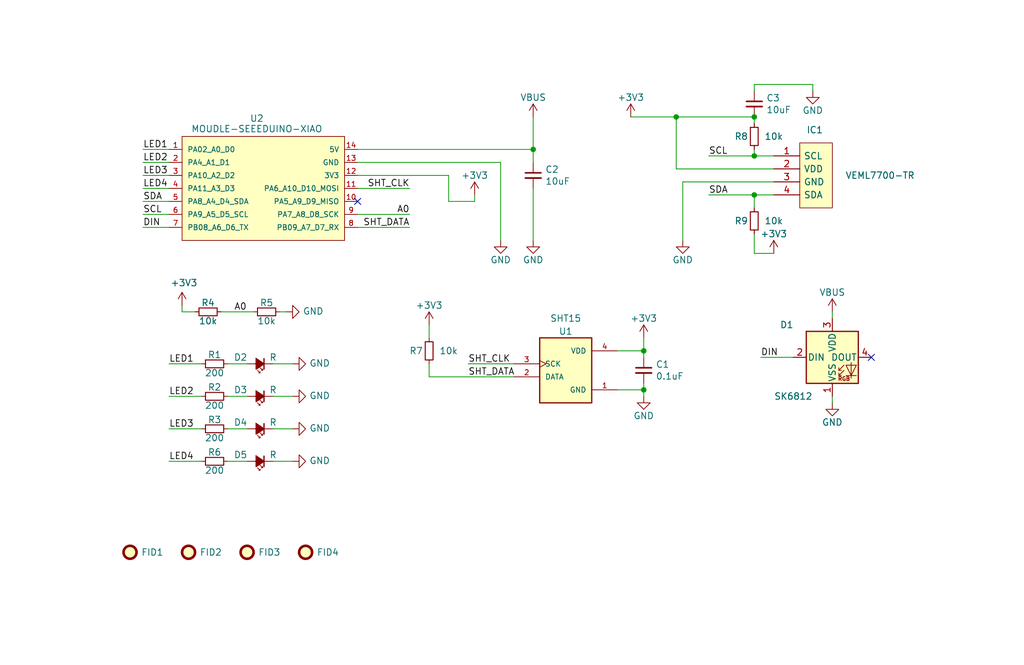
<source format=kicad_sch>
(kicad_sch (version 20230121) (generator eeschema)

  (uuid 24c45a69-1309-4a66-85dc-bd4044729c6d)

  (paper "User" 200 129.997)

  (lib_symbols
    (symbol "Device:C_Small" (pin_numbers hide) (pin_names (offset 0.254) hide) (in_bom yes) (on_board yes)
      (property "Reference" "C" (at 0.254 1.778 0)
        (effects (font (size 1.27 1.27)) (justify left))
      )
      (property "Value" "C_Small" (at 0.254 -2.032 0)
        (effects (font (size 1.27 1.27)) (justify left))
      )
      (property "Footprint" "" (at 0 0 0)
        (effects (font (size 1.27 1.27)) hide)
      )
      (property "Datasheet" "~" (at 0 0 0)
        (effects (font (size 1.27 1.27)) hide)
      )
      (property "ki_keywords" "capacitor cap" (at 0 0 0)
        (effects (font (size 1.27 1.27)) hide)
      )
      (property "ki_description" "Unpolarized capacitor, small symbol" (at 0 0 0)
        (effects (font (size 1.27 1.27)) hide)
      )
      (property "ki_fp_filters" "C_*" (at 0 0 0)
        (effects (font (size 1.27 1.27)) hide)
      )
      (symbol "C_Small_0_1"
        (polyline
          (pts
            (xy -1.524 -0.508)
            (xy 1.524 -0.508)
          )
          (stroke (width 0.3302) (type default))
          (fill (type none))
        )
        (polyline
          (pts
            (xy -1.524 0.508)
            (xy 1.524 0.508)
          )
          (stroke (width 0.3048) (type default))
          (fill (type none))
        )
      )
      (symbol "C_Small_1_1"
        (pin passive line (at 0 2.54 270) (length 2.032)
          (name "~" (effects (font (size 1.27 1.27))))
          (number "1" (effects (font (size 1.27 1.27))))
        )
        (pin passive line (at 0 -2.54 90) (length 2.032)
          (name "~" (effects (font (size 1.27 1.27))))
          (number "2" (effects (font (size 1.27 1.27))))
        )
      )
    )
    (symbol "Device:LED_Small_Filled" (pin_numbers hide) (pin_names (offset 0.254) hide) (in_bom yes) (on_board yes)
      (property "Reference" "D" (at -1.27 3.175 0)
        (effects (font (size 1.27 1.27)) (justify left))
      )
      (property "Value" "LED_Small_Filled" (at -4.445 -2.54 0)
        (effects (font (size 1.27 1.27)) (justify left))
      )
      (property "Footprint" "" (at 0 0 90)
        (effects (font (size 1.27 1.27)) hide)
      )
      (property "Datasheet" "~" (at 0 0 90)
        (effects (font (size 1.27 1.27)) hide)
      )
      (property "ki_keywords" "LED diode light-emitting-diode" (at 0 0 0)
        (effects (font (size 1.27 1.27)) hide)
      )
      (property "ki_description" "Light emitting diode, small symbol, filled shape" (at 0 0 0)
        (effects (font (size 1.27 1.27)) hide)
      )
      (property "ki_fp_filters" "LED* LED_SMD:* LED_THT:*" (at 0 0 0)
        (effects (font (size 1.27 1.27)) hide)
      )
      (symbol "LED_Small_Filled_0_1"
        (polyline
          (pts
            (xy -0.762 -1.016)
            (xy -0.762 1.016)
          )
          (stroke (width 0.254) (type default))
          (fill (type none))
        )
        (polyline
          (pts
            (xy 1.016 0)
            (xy -0.762 0)
          )
          (stroke (width 0) (type default))
          (fill (type none))
        )
        (polyline
          (pts
            (xy 0.762 -1.016)
            (xy -0.762 0)
            (xy 0.762 1.016)
            (xy 0.762 -1.016)
          )
          (stroke (width 0.254) (type default))
          (fill (type outline))
        )
        (polyline
          (pts
            (xy 0 0.762)
            (xy -0.508 1.27)
            (xy -0.254 1.27)
            (xy -0.508 1.27)
            (xy -0.508 1.016)
          )
          (stroke (width 0) (type default))
          (fill (type none))
        )
        (polyline
          (pts
            (xy 0.508 1.27)
            (xy 0 1.778)
            (xy 0.254 1.778)
            (xy 0 1.778)
            (xy 0 1.524)
          )
          (stroke (width 0) (type default))
          (fill (type none))
        )
      )
      (symbol "LED_Small_Filled_1_1"
        (pin passive line (at -2.54 0 0) (length 1.778)
          (name "K" (effects (font (size 1.27 1.27))))
          (number "1" (effects (font (size 1.27 1.27))))
        )
        (pin passive line (at 2.54 0 180) (length 1.778)
          (name "A" (effects (font (size 1.27 1.27))))
          (number "2" (effects (font (size 1.27 1.27))))
        )
      )
    )
    (symbol "Device:R_Small" (pin_numbers hide) (pin_names (offset 0.254) hide) (in_bom yes) (on_board yes)
      (property "Reference" "R" (at 0.762 0.508 0)
        (effects (font (size 1.27 1.27)) (justify left))
      )
      (property "Value" "R_Small" (at 0.762 -1.016 0)
        (effects (font (size 1.27 1.27)) (justify left))
      )
      (property "Footprint" "" (at 0 0 0)
        (effects (font (size 1.27 1.27)) hide)
      )
      (property "Datasheet" "~" (at 0 0 0)
        (effects (font (size 1.27 1.27)) hide)
      )
      (property "ki_keywords" "R resistor" (at 0 0 0)
        (effects (font (size 1.27 1.27)) hide)
      )
      (property "ki_description" "Resistor, small symbol" (at 0 0 0)
        (effects (font (size 1.27 1.27)) hide)
      )
      (property "ki_fp_filters" "R_*" (at 0 0 0)
        (effects (font (size 1.27 1.27)) hide)
      )
      (symbol "R_Small_0_1"
        (rectangle (start -0.762 1.778) (end 0.762 -1.778)
          (stroke (width 0.2032) (type default))
          (fill (type none))
        )
      )
      (symbol "R_Small_1_1"
        (pin passive line (at 0 2.54 270) (length 0.762)
          (name "~" (effects (font (size 1.27 1.27))))
          (number "1" (effects (font (size 1.27 1.27))))
        )
        (pin passive line (at 0 -2.54 90) (length 0.762)
          (name "~" (effects (font (size 1.27 1.27))))
          (number "2" (effects (font (size 1.27 1.27))))
        )
      )
    )
    (symbol "LED:SK6812" (pin_names (offset 0.254)) (in_bom yes) (on_board yes)
      (property "Reference" "D" (at 5.08 5.715 0)
        (effects (font (size 1.27 1.27)) (justify right bottom))
      )
      (property "Value" "SK6812" (at 1.27 -5.715 0)
        (effects (font (size 1.27 1.27)) (justify left top))
      )
      (property "Footprint" "LED_SMD:LED_SK6812_PLCC4_5.0x5.0mm_P3.2mm" (at 1.27 -7.62 0)
        (effects (font (size 1.27 1.27)) (justify left top) hide)
      )
      (property "Datasheet" "https://cdn-shop.adafruit.com/product-files/1138/SK6812+LED+datasheet+.pdf" (at 2.54 -9.525 0)
        (effects (font (size 1.27 1.27)) (justify left top) hide)
      )
      (property "ki_keywords" "RGB LED NeoPixel addressable" (at 0 0 0)
        (effects (font (size 1.27 1.27)) hide)
      )
      (property "ki_description" "RGB LED with integrated controller" (at 0 0 0)
        (effects (font (size 1.27 1.27)) hide)
      )
      (property "ki_fp_filters" "LED*SK6812*PLCC*5.0x5.0mm*P3.2mm*" (at 0 0 0)
        (effects (font (size 1.27 1.27)) hide)
      )
      (symbol "SK6812_0_0"
        (text "RGB" (at 2.286 -4.191 0)
          (effects (font (size 0.762 0.762)))
        )
      )
      (symbol "SK6812_0_1"
        (polyline
          (pts
            (xy 1.27 -3.556)
            (xy 1.778 -3.556)
          )
          (stroke (width 0) (type default))
          (fill (type none))
        )
        (polyline
          (pts
            (xy 1.27 -2.54)
            (xy 1.778 -2.54)
          )
          (stroke (width 0) (type default))
          (fill (type none))
        )
        (polyline
          (pts
            (xy 4.699 -3.556)
            (xy 2.667 -3.556)
          )
          (stroke (width 0) (type default))
          (fill (type none))
        )
        (polyline
          (pts
            (xy 2.286 -2.54)
            (xy 1.27 -3.556)
            (xy 1.27 -3.048)
          )
          (stroke (width 0) (type default))
          (fill (type none))
        )
        (polyline
          (pts
            (xy 2.286 -1.524)
            (xy 1.27 -2.54)
            (xy 1.27 -2.032)
          )
          (stroke (width 0) (type default))
          (fill (type none))
        )
        (polyline
          (pts
            (xy 3.683 -1.016)
            (xy 3.683 -3.556)
            (xy 3.683 -4.064)
          )
          (stroke (width 0) (type default))
          (fill (type none))
        )
        (polyline
          (pts
            (xy 4.699 -1.524)
            (xy 2.667 -1.524)
            (xy 3.683 -3.556)
            (xy 4.699 -1.524)
          )
          (stroke (width 0) (type default))
          (fill (type none))
        )
        (rectangle (start 5.08 5.08) (end -5.08 -5.08)
          (stroke (width 0.254) (type default))
          (fill (type background))
        )
      )
      (symbol "SK6812_1_1"
        (pin power_in line (at 0 -7.62 90) (length 2.54)
          (name "VSS" (effects (font (size 1.27 1.27))))
          (number "1" (effects (font (size 1.27 1.27))))
        )
        (pin input line (at -7.62 0 0) (length 2.54)
          (name "DIN" (effects (font (size 1.27 1.27))))
          (number "2" (effects (font (size 1.27 1.27))))
        )
        (pin power_in line (at 0 7.62 270) (length 2.54)
          (name "VDD" (effects (font (size 1.27 1.27))))
          (number "3" (effects (font (size 1.27 1.27))))
        )
        (pin output line (at 7.62 0 180) (length 2.54)
          (name "DOUT" (effects (font (size 1.27 1.27))))
          (number "4" (effects (font (size 1.27 1.27))))
        )
      )
    )
    (symbol "MOUDLE-SEEEDUINO-XIAO:MOUDLE-SEEEDUINO-XIAO" (pin_names (offset 1.016)) (in_bom yes) (on_board yes)
      (property "Reference" "U1" (at -0.635 17.4992 0)
        (effects (font (size 1.27 1.27)))
      )
      (property "Value" "MOUDLE-SEEEDUINO-XIAO" (at -0.635 15.4512 0)
        (effects (font (size 1.27 1.27)))
      )
      (property "Footprint" "MOUDLE14P-SMD-2.54-21X17.8MM" (at 0.635 -8.89 0)
        (effects (font (size 1.27 1.27)) (justify bottom) hide)
      )
      (property "Datasheet" "" (at 0 0 0)
        (effects (font (size 1.27 1.27)) hide)
      )
      (symbol "MOUDLE-SEEEDUINO-XIAO_0_0"
        (pin bidirectional line (at -17.78 11.43 0) (length 2.54)
          (name "PA02_A0_D0" (effects (font (size 1.016 1.016))))
          (number "1" (effects (font (size 1.016 1.016))))
        )
        (pin bidirectional line (at 19.05 1.27 180) (length 2.54)
          (name "PA5_A9_D9_MISO" (effects (font (size 1.016 1.016))))
          (number "10" (effects (font (size 1.016 1.016))))
        )
        (pin bidirectional line (at 19.05 3.81 180) (length 2.54)
          (name "PA6_A10_D10_MOSI" (effects (font (size 1.016 1.016))))
          (number "11" (effects (font (size 1.016 1.016))))
        )
        (pin bidirectional line (at 19.05 6.35 180) (length 2.54)
          (name "3V3" (effects (font (size 1.016 1.016))))
          (number "12" (effects (font (size 1.016 1.016))))
        )
        (pin bidirectional line (at 19.05 8.89 180) (length 2.54)
          (name "GND" (effects (font (size 1.016 1.016))))
          (number "13" (effects (font (size 1.016 1.016))))
        )
        (pin bidirectional line (at 19.05 11.43 180) (length 2.54)
          (name "5V" (effects (font (size 1.016 1.016))))
          (number "14" (effects (font (size 1.016 1.016))))
        )
        (pin bidirectional line (at -17.78 8.89 0) (length 2.54)
          (name "PA4_A1_D1" (effects (font (size 1.016 1.016))))
          (number "2" (effects (font (size 1.016 1.016))))
        )
        (pin bidirectional line (at -17.78 6.35 0) (length 2.54)
          (name "PA10_A2_D2" (effects (font (size 1.016 1.016))))
          (number "3" (effects (font (size 1.016 1.016))))
        )
        (pin bidirectional line (at -17.78 3.81 0) (length 2.54)
          (name "PA11_A3_D3" (effects (font (size 1.016 1.016))))
          (number "4" (effects (font (size 1.016 1.016))))
        )
        (pin bidirectional line (at -17.78 1.27 0) (length 2.54)
          (name "PA8_A4_D4_SDA" (effects (font (size 1.016 1.016))))
          (number "5" (effects (font (size 1.016 1.016))))
        )
        (pin bidirectional line (at -17.78 -1.27 0) (length 2.54)
          (name "PA9_A5_D5_SCL" (effects (font (size 1.016 1.016))))
          (number "6" (effects (font (size 1.016 1.016))))
        )
        (pin bidirectional line (at -17.78 -3.81 0) (length 2.54)
          (name "PB08_A6_D6_TX" (effects (font (size 1.016 1.016))))
          (number "7" (effects (font (size 1.016 1.016))))
        )
        (pin bidirectional line (at 19.05 -3.81 180) (length 2.54)
          (name "PB09_A7_D7_RX" (effects (font (size 1.016 1.016))))
          (number "8" (effects (font (size 1.016 1.016))))
        )
        (pin bidirectional line (at 19.05 -1.27 180) (length 2.54)
          (name "PA7_A8_D8_SCK" (effects (font (size 1.016 1.016))))
          (number "9" (effects (font (size 1.016 1.016))))
        )
      )
      (symbol "MOUDLE-SEEEDUINO-XIAO_1_0"
        (rectangle (start -15.24 13.97) (end 16.51 -6.35)
          (stroke (width 0) (type default))
          (fill (type background))
        )
      )
    )
    (symbol "Mechanical:Fiducial" (in_bom yes) (on_board yes)
      (property "Reference" "FID" (at 0 5.08 0)
        (effects (font (size 1.27 1.27)))
      )
      (property "Value" "Fiducial" (at 0 3.175 0)
        (effects (font (size 1.27 1.27)))
      )
      (property "Footprint" "" (at 0 0 0)
        (effects (font (size 1.27 1.27)) hide)
      )
      (property "Datasheet" "~" (at 0 0 0)
        (effects (font (size 1.27 1.27)) hide)
      )
      (property "ki_keywords" "fiducial marker" (at 0 0 0)
        (effects (font (size 1.27 1.27)) hide)
      )
      (property "ki_description" "Fiducial Marker" (at 0 0 0)
        (effects (font (size 1.27 1.27)) hide)
      )
      (property "ki_fp_filters" "Fiducial*" (at 0 0 0)
        (effects (font (size 1.27 1.27)) hide)
      )
      (symbol "Fiducial_0_1"
        (circle (center 0 0) (radius 1.27)
          (stroke (width 0.508) (type default))
          (fill (type background))
        )
      )
    )
    (symbol "SHT15:SHT15" (pin_names (offset 1.016)) (in_bom yes) (on_board yes)
      (property "Reference" "U1" (at 0 6.35 0)
        (effects (font (size 1.27 1.27)))
      )
      (property "Value" "SHT15" (at 0 8.89 0)
        (effects (font (size 1.27 1.27)))
      )
      (property "Footprint" "DFN747X493X250-8N" (at 0 15.24 0)
        (effects (font (size 1.27 1.27)) (justify bottom) hide)
      )
      (property "Datasheet" "" (at 0 0 0)
        (effects (font (size 1.27 1.27)) hide)
      )
      (property "MANUFACTURER" "Sparkfun Electronics" (at 0 17.78 0)
        (effects (font (size 1.27 1.27)) (justify bottom) hide)
      )
      (symbol "SHT15_0_0"
        (rectangle (start -5.08 5.08) (end 5.08 -7.62)
          (stroke (width 0.254) (type default))
          (fill (type background))
        )
        (pin passive line (at 10.16 -5.08 180) (length 5.08)
          (name "GND" (effects (font (size 1.016 1.016))))
          (number "1" (effects (font (size 1.016 1.016))))
        )
        (pin bidirectional line (at -10.16 -2.54 0) (length 5.08)
          (name "DATA" (effects (font (size 1.016 1.016))))
          (number "2" (effects (font (size 1.016 1.016))))
        )
        (pin input clock (at -10.16 0 0) (length 5.08)
          (name "SCK" (effects (font (size 1.016 1.016))))
          (number "3" (effects (font (size 1.016 1.016))))
        )
        (pin power_in line (at 10.16 2.54 180) (length 5.08)
          (name "VDD" (effects (font (size 1.016 1.016))))
          (number "4" (effects (font (size 1.016 1.016))))
        )
      )
    )
    (symbol "SamacSys_Parts:VEML7700-TR" (pin_names (offset 0.762)) (in_bom yes) (on_board yes)
      (property "Reference" "IC1" (at 18.4912 -2.786 0)
        (effects (font (size 1.27 1.27)) (justify left))
      )
      (property "Value" "VEML7700-TR" (at 18.4912 -4.834 0)
        (effects (font (size 1.27 1.27)) (justify left))
      )
      (property "Footprint" "VEML7700" (at 19.05 2.54 0)
        (effects (font (size 1.27 1.27)) (justify left) hide)
      )
      (property "Datasheet" "http://www.vishay.com/docs/84286/veml7700.pdf" (at 19.05 0 0)
        (effects (font (size 1.27 1.27)) (justify left) hide)
      )
      (property "Description" "High Accuracy Ambient Light Sensor with I2C Interface" (at 19.05 -2.54 0)
        (effects (font (size 1.27 1.27)) (justify left) hide)
      )
      (property "Height" "" (at 19.05 -5.08 0)
        (effects (font (size 1.27 1.27)) (justify left) hide)
      )
      (property "Manufacturer_Name" "Vishay" (at 19.05 -7.62 0)
        (effects (font (size 1.27 1.27)) (justify left) hide)
      )
      (property "Manufacturer_Part_Number" "VEML7700-TR" (at 19.05 -10.16 0)
        (effects (font (size 1.27 1.27)) (justify left) hide)
      )
      (property "Mouser Part Number" "78-VEML7700-TR" (at 19.05 -12.7 0)
        (effects (font (size 1.27 1.27)) (justify left) hide)
      )
      (property "Mouser Price/Stock" "https://www.mouser.co.uk/ProductDetail/Vishay-Semiconductors/VEML7700-TR?qs=BcfjnG7NVaWcZHs8m27pyQ%3D%3D" (at 19.05 -15.24 0)
        (effects (font (size 1.27 1.27)) (justify left) hide)
      )
      (property "Arrow Part Number" "VEML7700-TR" (at 19.05 -17.78 0)
        (effects (font (size 1.27 1.27)) (justify left) hide)
      )
      (property "Arrow Price/Stock" "https://www.arrow.com/en/products/veml7700-tr/vishay?region=nac" (at 19.05 -20.32 0)
        (effects (font (size 1.27 1.27)) (justify left) hide)
      )
      (property "ki_description" "High Accuracy Ambient Light Sensor with I2C Interface" (at 0 0 0)
        (effects (font (size 1.27 1.27)) hide)
      )
      (symbol "VEML7700-TR_0_0"
        (pin passive line (at 0 0 0) (length 5.08)
          (name "SCL" (effects (font (size 1.27 1.27))))
          (number "1" (effects (font (size 1.27 1.27))))
        )
        (pin power_in line (at 0 -2.54 0) (length 5.08)
          (name "VDD" (effects (font (size 1.27 1.27))))
          (number "2" (effects (font (size 1.27 1.27))))
        )
        (pin power_in line (at 0 -5.08 0) (length 5.08)
          (name "GND" (effects (font (size 1.27 1.27))))
          (number "3" (effects (font (size 1.27 1.27))))
        )
        (pin passive line (at 0 -7.62 0) (length 5.08)
          (name "SDA" (effects (font (size 1.27 1.27))))
          (number "4" (effects (font (size 1.27 1.27))))
        )
      )
      (symbol "VEML7700-TR_1_1"
        (polyline
          (pts
            (xy 5.08 2.54)
            (xy 11.43 2.54)
            (xy 11.43 -10.16)
            (xy 5.08 -10.16)
            (xy 5.08 2.54)
          )
          (stroke (width 0.1524) (type solid))
          (fill (type background))
        )
      )
    )
    (symbol "power:+3V3" (power) (pin_names (offset 0)) (in_bom yes) (on_board yes)
      (property "Reference" "#PWR" (at 0 -3.81 0)
        (effects (font (size 1.27 1.27)) hide)
      )
      (property "Value" "+3V3" (at 0 3.556 0)
        (effects (font (size 1.27 1.27)))
      )
      (property "Footprint" "" (at 0 0 0)
        (effects (font (size 1.27 1.27)) hide)
      )
      (property "Datasheet" "" (at 0 0 0)
        (effects (font (size 1.27 1.27)) hide)
      )
      (property "ki_keywords" "global power" (at 0 0 0)
        (effects (font (size 1.27 1.27)) hide)
      )
      (property "ki_description" "Power symbol creates a global label with name \"+3V3\"" (at 0 0 0)
        (effects (font (size 1.27 1.27)) hide)
      )
      (symbol "+3V3_0_1"
        (polyline
          (pts
            (xy -0.762 1.27)
            (xy 0 2.54)
          )
          (stroke (width 0) (type default))
          (fill (type none))
        )
        (polyline
          (pts
            (xy 0 0)
            (xy 0 2.54)
          )
          (stroke (width 0) (type default))
          (fill (type none))
        )
        (polyline
          (pts
            (xy 0 2.54)
            (xy 0.762 1.27)
          )
          (stroke (width 0) (type default))
          (fill (type none))
        )
      )
      (symbol "+3V3_1_1"
        (pin power_in line (at 0 0 90) (length 0) hide
          (name "+3V3" (effects (font (size 1.27 1.27))))
          (number "1" (effects (font (size 1.27 1.27))))
        )
      )
    )
    (symbol "power:GND" (power) (pin_names (offset 0)) (in_bom yes) (on_board yes)
      (property "Reference" "#PWR" (at 0 -6.35 0)
        (effects (font (size 1.27 1.27)) hide)
      )
      (property "Value" "GND" (at 0 -3.81 0)
        (effects (font (size 1.27 1.27)))
      )
      (property "Footprint" "" (at 0 0 0)
        (effects (font (size 1.27 1.27)) hide)
      )
      (property "Datasheet" "" (at 0 0 0)
        (effects (font (size 1.27 1.27)) hide)
      )
      (property "ki_keywords" "global power" (at 0 0 0)
        (effects (font (size 1.27 1.27)) hide)
      )
      (property "ki_description" "Power symbol creates a global label with name \"GND\" , ground" (at 0 0 0)
        (effects (font (size 1.27 1.27)) hide)
      )
      (symbol "GND_0_1"
        (polyline
          (pts
            (xy 0 0)
            (xy 0 -1.27)
            (xy 1.27 -1.27)
            (xy 0 -2.54)
            (xy -1.27 -1.27)
            (xy 0 -1.27)
          )
          (stroke (width 0) (type default))
          (fill (type none))
        )
      )
      (symbol "GND_1_1"
        (pin power_in line (at 0 0 270) (length 0) hide
          (name "GND" (effects (font (size 1.27 1.27))))
          (number "1" (effects (font (size 1.27 1.27))))
        )
      )
    )
    (symbol "power:VBUS" (power) (pin_names (offset 0)) (in_bom yes) (on_board yes)
      (property "Reference" "#PWR" (at 0 -3.81 0)
        (effects (font (size 1.27 1.27)) hide)
      )
      (property "Value" "VBUS" (at 0 3.81 0)
        (effects (font (size 1.27 1.27)))
      )
      (property "Footprint" "" (at 0 0 0)
        (effects (font (size 1.27 1.27)) hide)
      )
      (property "Datasheet" "" (at 0 0 0)
        (effects (font (size 1.27 1.27)) hide)
      )
      (property "ki_keywords" "global power" (at 0 0 0)
        (effects (font (size 1.27 1.27)) hide)
      )
      (property "ki_description" "Power symbol creates a global label with name \"VBUS\"" (at 0 0 0)
        (effects (font (size 1.27 1.27)) hide)
      )
      (symbol "VBUS_0_1"
        (polyline
          (pts
            (xy -0.762 1.27)
            (xy 0 2.54)
          )
          (stroke (width 0) (type default))
          (fill (type none))
        )
        (polyline
          (pts
            (xy 0 0)
            (xy 0 2.54)
          )
          (stroke (width 0) (type default))
          (fill (type none))
        )
        (polyline
          (pts
            (xy 0 2.54)
            (xy 0.762 1.27)
          )
          (stroke (width 0) (type default))
          (fill (type none))
        )
      )
      (symbol "VBUS_1_1"
        (pin power_in line (at 0 0 90) (length 0) hide
          (name "VBUS" (effects (font (size 1.27 1.27))))
          (number "1" (effects (font (size 1.27 1.27))))
        )
      )
    )
  )

  (junction (at 147.32 30.48) (diameter 0) (color 0 0 0 0)
    (uuid 21df52bd-820e-495a-8711-fe8c1b6250af)
  )
  (junction (at 147.32 38.1) (diameter 0) (color 0 0 0 0)
    (uuid 4f6d7468-afdb-40f1-8069-6bea599bb292)
  )
  (junction (at 125.73 68.58) (diameter 0) (color 0 0 0 0)
    (uuid 5a5c02d7-2f1a-4a3f-b828-cc0c3620c028)
  )
  (junction (at 147.32 22.86) (diameter 0) (color 0 0 0 0)
    (uuid 759847cf-c6ed-4f0f-ad2d-316aa65ae80f)
  )
  (junction (at 125.73 76.2) (diameter 0) (color 0 0 0 0)
    (uuid 7d45466c-a949-44c5-a867-8a4343ede221)
  )
  (junction (at 104.14 29.21) (diameter 0) (color 0 0 0 0)
    (uuid a953cb02-6b0e-4ebe-9787-9f647a512124)
  )
  (junction (at 132.08 22.86) (diameter 0) (color 0 0 0 0)
    (uuid ea072930-1576-4caf-84ce-c651d73270a8)
  )

  (no_connect (at 170.18 69.85) (uuid 19d12c60-6baf-49d2-9330-9f4c7eecb1c7))
  (no_connect (at 69.85 39.37) (uuid 7f39b618-5264-444b-9b7d-130b257a12d3))

  (wire (pts (xy 55.88 60.96) (xy 54.61 60.96))
    (stroke (width 0) (type default))
    (uuid 15993167-5275-492f-81bd-dbebfa7bc419)
  )
  (wire (pts (xy 132.08 22.86) (xy 132.08 33.02))
    (stroke (width 0) (type default))
    (uuid 168a032a-6021-4f80-abfc-3163947e93f5)
  )
  (wire (pts (xy 69.85 44.45) (xy 80.01 44.45))
    (stroke (width 0) (type default))
    (uuid 16e66c2a-efb7-438f-836a-79a26b97e145)
  )
  (wire (pts (xy 83.82 73.66) (xy 100.33 73.66))
    (stroke (width 0) (type default))
    (uuid 17b5f87b-3ae2-46a6-9960-d4c4a22c5c2d)
  )
  (wire (pts (xy 147.32 22.86) (xy 147.32 24.13))
    (stroke (width 0) (type default))
    (uuid 19fbeec3-d96e-4fa9-8f3c-5648377c7312)
  )
  (wire (pts (xy 120.65 76.2) (xy 125.73 76.2))
    (stroke (width 0) (type default))
    (uuid 1b4888d2-0c8e-4300-8916-e24fb7b59e77)
  )
  (wire (pts (xy 91.44 71.12) (xy 100.33 71.12))
    (stroke (width 0) (type default))
    (uuid 252b9ab9-4fb3-43b4-b382-0d85656a0da6)
  )
  (wire (pts (xy 69.85 29.21) (xy 104.14 29.21))
    (stroke (width 0) (type default))
    (uuid 32c8431d-39c2-4b58-9f1a-2b4925abcd84)
  )
  (wire (pts (xy 147.32 45.72) (xy 147.32 49.53))
    (stroke (width 0) (type default))
    (uuid 373e90be-06d2-4364-8cea-b34976b08c13)
  )
  (wire (pts (xy 53.34 90.17) (xy 57.15 90.17))
    (stroke (width 0) (type default))
    (uuid 38fcc494-b3ff-4786-b3c9-b746f4d73a5b)
  )
  (wire (pts (xy 147.32 16.51) (xy 158.75 16.51))
    (stroke (width 0) (type default))
    (uuid 3bb0bb60-ddf2-4206-9b85-f211dd74ce1d)
  )
  (wire (pts (xy 87.63 39.37) (xy 92.71 39.37))
    (stroke (width 0) (type default))
    (uuid 44ff07e5-d3a9-461e-8ce4-9a63c4a847e6)
  )
  (wire (pts (xy 49.53 60.96) (xy 43.18 60.96))
    (stroke (width 0) (type default))
    (uuid 4b2d8545-d442-4f30-93c7-e32bfbee0a1b)
  )
  (wire (pts (xy 158.75 16.51) (xy 158.75 17.78))
    (stroke (width 0) (type default))
    (uuid 50282259-4cf9-4753-aaef-72818e41ec50)
  )
  (wire (pts (xy 132.08 33.02) (xy 151.13 33.02))
    (stroke (width 0) (type default))
    (uuid 55443d77-4b8f-476f-827f-2bd300a0fbfd)
  )
  (wire (pts (xy 162.56 77.47) (xy 162.56 78.74))
    (stroke (width 0) (type default))
    (uuid 55f94987-5407-4135-b1d1-eb403b40414d)
  )
  (wire (pts (xy 39.37 77.47) (xy 33.02 77.47))
    (stroke (width 0) (type default))
    (uuid 597de28c-b710-46e3-942b-8c3c6104bf07)
  )
  (wire (pts (xy 27.94 39.37) (xy 33.02 39.37))
    (stroke (width 0) (type default))
    (uuid 5b9160b8-acc5-4abb-9820-a992d8ccf234)
  )
  (wire (pts (xy 147.32 17.78) (xy 147.32 16.51))
    (stroke (width 0) (type default))
    (uuid 5fa77fcb-cd25-4d67-8bc9-8697b781bc36)
  )
  (wire (pts (xy 104.14 22.86) (xy 104.14 29.21))
    (stroke (width 0) (type default))
    (uuid 6163e40b-9e87-4d5b-947d-ea233a16259f)
  )
  (wire (pts (xy 147.32 29.21) (xy 147.32 30.48))
    (stroke (width 0) (type default))
    (uuid 65c6d98c-9ec3-4801-9670-773cdbc46eb5)
  )
  (wire (pts (xy 53.34 71.12) (xy 57.15 71.12))
    (stroke (width 0) (type default))
    (uuid 696bf169-8849-4ccc-8acd-802cf372baa4)
  )
  (wire (pts (xy 69.85 41.91) (xy 80.01 41.91))
    (stroke (width 0) (type default))
    (uuid 6f544ca8-c315-4133-b6cc-2909e62866d3)
  )
  (wire (pts (xy 27.94 31.75) (xy 33.02 31.75))
    (stroke (width 0) (type default))
    (uuid 733d7ad8-09a1-44eb-936b-c17c40d6973b)
  )
  (wire (pts (xy 35.56 60.96) (xy 38.1 60.96))
    (stroke (width 0) (type default))
    (uuid 75eb0e98-ee53-43c6-ac9a-d07978a2c5ad)
  )
  (wire (pts (xy 147.32 49.53) (xy 151.13 49.53))
    (stroke (width 0) (type default))
    (uuid 7746c3c0-44e5-430c-bb9a-d3c73fe90053)
  )
  (wire (pts (xy 53.34 77.47) (xy 57.15 77.47))
    (stroke (width 0) (type default))
    (uuid 795f8d31-0c1b-466f-b272-21c02cf4b5e3)
  )
  (wire (pts (xy 27.94 41.91) (xy 33.02 41.91))
    (stroke (width 0) (type default))
    (uuid 7e2b0c89-8679-4ae5-89f3-c200b865eb86)
  )
  (wire (pts (xy 83.82 63.5) (xy 83.82 66.04))
    (stroke (width 0) (type default))
    (uuid 80df4ac4-f4c0-44cc-878a-1024bc6614a5)
  )
  (wire (pts (xy 133.35 35.56) (xy 151.13 35.56))
    (stroke (width 0) (type default))
    (uuid 821e4304-0f4b-422d-b796-ee8afbb40525)
  )
  (wire (pts (xy 53.34 83.82) (xy 57.15 83.82))
    (stroke (width 0) (type default))
    (uuid 8594245a-bf80-4188-9c38-47f287a547b3)
  )
  (wire (pts (xy 69.85 31.75) (xy 97.79 31.75))
    (stroke (width 0) (type default))
    (uuid 86fdf4d4-feb2-47e4-bdd2-c436b1db78f2)
  )
  (wire (pts (xy 27.94 29.21) (xy 33.02 29.21))
    (stroke (width 0) (type default))
    (uuid 87427767-4951-4257-a3fe-8082a615f27d)
  )
  (wire (pts (xy 44.45 90.17) (xy 48.26 90.17))
    (stroke (width 0) (type default))
    (uuid 88997754-7e13-448b-b986-709da7476505)
  )
  (wire (pts (xy 44.45 71.12) (xy 48.26 71.12))
    (stroke (width 0) (type default))
    (uuid 8bbe44aa-7e87-4373-8ec3-93f7e242e2d0)
  )
  (wire (pts (xy 87.63 34.29) (xy 87.63 39.37))
    (stroke (width 0) (type default))
    (uuid 8d1d6b19-84b2-4e66-a500-5cd9d16847e7)
  )
  (wire (pts (xy 125.73 68.58) (xy 125.73 66.04))
    (stroke (width 0) (type default))
    (uuid 8fd60166-5c41-4e49-be5a-dcab6b3886b7)
  )
  (wire (pts (xy 147.32 40.64) (xy 147.32 38.1))
    (stroke (width 0) (type default))
    (uuid 91e70759-3595-416c-ae80-f37e65b973fa)
  )
  (wire (pts (xy 69.85 34.29) (xy 87.63 34.29))
    (stroke (width 0) (type default))
    (uuid 9613fead-6d40-4de9-b168-38c908572805)
  )
  (wire (pts (xy 132.08 22.86) (xy 147.32 22.86))
    (stroke (width 0) (type default))
    (uuid 979c3de3-b361-4765-a30d-ea0aa1a857f6)
  )
  (wire (pts (xy 44.45 83.82) (xy 48.26 83.82))
    (stroke (width 0) (type default))
    (uuid 985a31ee-89b6-43e5-9810-62fb316608b8)
  )
  (wire (pts (xy 27.94 34.29) (xy 33.02 34.29))
    (stroke (width 0) (type default))
    (uuid 9b61f7c9-1678-43f3-aadf-899e14b4f4f9)
  )
  (wire (pts (xy 104.14 31.75) (xy 104.14 29.21))
    (stroke (width 0) (type default))
    (uuid 9d732829-d890-4a31-a6a4-81b08776a7c2)
  )
  (wire (pts (xy 83.82 71.12) (xy 83.82 73.66))
    (stroke (width 0) (type default))
    (uuid 9dde908f-febe-4609-9b2c-ce2bb8235954)
  )
  (wire (pts (xy 147.32 38.1) (xy 151.13 38.1))
    (stroke (width 0) (type default))
    (uuid a2e10042-db99-48b7-954f-9cb0637d0e66)
  )
  (wire (pts (xy 27.94 44.45) (xy 33.02 44.45))
    (stroke (width 0) (type default))
    (uuid a6cedc1a-1175-4f99-8826-9ad224372d31)
  )
  (wire (pts (xy 138.43 38.1) (xy 147.32 38.1))
    (stroke (width 0) (type default))
    (uuid aa07fe23-dd37-414a-aa96-3d4b35825450)
  )
  (wire (pts (xy 147.32 30.48) (xy 151.13 30.48))
    (stroke (width 0) (type default))
    (uuid b7094742-24bc-4589-a1c9-5584ff67017f)
  )
  (wire (pts (xy 138.43 30.48) (xy 147.32 30.48))
    (stroke (width 0) (type default))
    (uuid bfb672fe-2958-4334-87f7-2034ff54a369)
  )
  (wire (pts (xy 39.37 90.17) (xy 33.02 90.17))
    (stroke (width 0) (type default))
    (uuid c54f762b-a16a-45ad-b915-b959aa5c55bc)
  )
  (wire (pts (xy 92.71 38.1) (xy 92.71 39.37))
    (stroke (width 0) (type default))
    (uuid c553cb62-63b3-4092-8937-3b56c98eeaf1)
  )
  (wire (pts (xy 27.94 36.83) (xy 33.02 36.83))
    (stroke (width 0) (type default))
    (uuid c5d91160-361e-4bf9-a706-bf4df12751a8)
  )
  (wire (pts (xy 133.35 46.99) (xy 133.35 35.56))
    (stroke (width 0) (type default))
    (uuid c94c067b-c681-4bb0-821b-909ffe277e97)
  )
  (wire (pts (xy 125.73 74.93) (xy 125.73 76.2))
    (stroke (width 0) (type default))
    (uuid cff9c1da-b5f9-4097-92e0-64a0dfea8ca8)
  )
  (wire (pts (xy 120.65 68.58) (xy 125.73 68.58))
    (stroke (width 0) (type default))
    (uuid d1fdaeab-b6f3-462d-80b8-cba461df6b7f)
  )
  (wire (pts (xy 148.59 69.85) (xy 154.94 69.85))
    (stroke (width 0) (type default))
    (uuid d48b5f44-a533-49a9-a111-1235e1b083ce)
  )
  (wire (pts (xy 39.37 71.12) (xy 33.02 71.12))
    (stroke (width 0) (type default))
    (uuid d57924fc-2a5b-4381-8abc-518e027c87d6)
  )
  (wire (pts (xy 69.85 36.83) (xy 80.01 36.83))
    (stroke (width 0) (type default))
    (uuid dc111b9f-0a00-49b1-a3d2-b4c3fc412920)
  )
  (wire (pts (xy 97.79 31.75) (xy 97.79 46.99))
    (stroke (width 0) (type default))
    (uuid dcb2cd42-76a3-489d-9e78-65ee3a3de69e)
  )
  (wire (pts (xy 44.45 77.47) (xy 48.26 77.47))
    (stroke (width 0) (type default))
    (uuid dcb8bbbd-c0e8-4fa9-893c-f3e30e7e5f95)
  )
  (wire (pts (xy 39.37 83.82) (xy 33.02 83.82))
    (stroke (width 0) (type default))
    (uuid e0363b73-a78d-4283-a3bd-f4c59a4affb2)
  )
  (wire (pts (xy 104.14 36.83) (xy 104.14 46.99))
    (stroke (width 0) (type default))
    (uuid e1aaad48-1237-45c4-b13e-d4b76bd1c754)
  )
  (wire (pts (xy 35.56 59.69) (xy 35.56 60.96))
    (stroke (width 0) (type default))
    (uuid e5895766-21db-4c1e-9307-f50ee7e58377)
  )
  (wire (pts (xy 125.73 68.58) (xy 125.73 69.85))
    (stroke (width 0) (type default))
    (uuid ed58d78a-728a-40fa-a6b3-8959737bbbf8)
  )
  (wire (pts (xy 125.73 76.2) (xy 125.73 77.47))
    (stroke (width 0) (type default))
    (uuid eee1bbaa-3ec7-46a3-bd57-af3ea363556f)
  )
  (wire (pts (xy 162.56 60.96) (xy 162.56 62.23))
    (stroke (width 0) (type default))
    (uuid f6f25c66-d6d5-469d-bb17-418c30ca8af7)
  )
  (wire (pts (xy 123.19 22.86) (xy 132.08 22.86))
    (stroke (width 0) (type default))
    (uuid f80feb28-510b-40db-a6b1-51f5bd1d8f76)
  )

  (label "SHT_DATA" (at 91.44 73.66 0) (fields_autoplaced)
    (effects (font (size 1.27 1.27)) (justify left bottom))
    (uuid 37bb7dc3-58a7-458c-b592-ebaf4119f7d7)
  )
  (label "LED4" (at 33.02 90.17 0) (fields_autoplaced)
    (effects (font (size 1.27 1.27)) (justify left bottom))
    (uuid 3ab8d4d8-e60b-4170-bf48-d43c80226976)
  )
  (label "LED3" (at 33.02 83.82 0) (fields_autoplaced)
    (effects (font (size 1.27 1.27)) (justify left bottom))
    (uuid 3ae1174a-29e5-43df-8ff9-afc2506a1cea)
  )
  (label "A0" (at 45.72 60.96 0) (fields_autoplaced)
    (effects (font (size 1.27 1.27)) (justify left bottom))
    (uuid 4a360e02-8349-40d6-9246-d146b8648ae8)
  )
  (label "LED4" (at 27.94 36.83 0) (fields_autoplaced)
    (effects (font (size 1.27 1.27)) (justify left bottom))
    (uuid 58252606-862c-469d-9aca-a4f4cdbcbc9e)
  )
  (label "SCL" (at 27.94 41.91 0) (fields_autoplaced)
    (effects (font (size 1.27 1.27)) (justify left bottom))
    (uuid 6c99c6a5-4baa-4dd8-8d96-76f06340fa6b)
  )
  (label "LED1" (at 33.02 71.12 0) (fields_autoplaced)
    (effects (font (size 1.27 1.27)) (justify left bottom))
    (uuid 6d88e505-3519-4bf3-a906-d85b189b95c1)
  )
  (label "LED1" (at 27.94 29.21 0) (fields_autoplaced)
    (effects (font (size 1.27 1.27)) (justify left bottom))
    (uuid 8b91a438-8a69-47e5-93e8-c51affdf7c03)
  )
  (label "SCL" (at 138.43 30.48 0) (fields_autoplaced)
    (effects (font (size 1.27 1.27)) (justify left bottom))
    (uuid 9244833d-c03f-4859-b52b-2617a0cb30dd)
  )
  (label "SDA" (at 27.94 39.37 0) (fields_autoplaced)
    (effects (font (size 1.27 1.27)) (justify left bottom))
    (uuid 93ad76ed-adf5-44a8-a409-79fd6db0db8f)
  )
  (label "SHT_CLK" (at 91.44 71.12 0) (fields_autoplaced)
    (effects (font (size 1.27 1.27)) (justify left bottom))
    (uuid 9776fe84-6a18-43e4-8cea-c744cd502dd4)
  )
  (label "DIN" (at 148.59 69.85 0) (fields_autoplaced)
    (effects (font (size 1.27 1.27)) (justify left bottom))
    (uuid 9ec74407-9cf8-47d8-992f-612752fc8eaf)
  )
  (label "SDA" (at 138.43 38.1 0) (fields_autoplaced)
    (effects (font (size 1.27 1.27)) (justify left bottom))
    (uuid ad117470-4b53-4874-ab4c-696956cf76a3)
  )
  (label "LED3" (at 27.94 34.29 0) (fields_autoplaced)
    (effects (font (size 1.27 1.27)) (justify left bottom))
    (uuid b0d3754b-2661-4464-ac40-fd9abf43a7fd)
  )
  (label "DIN" (at 27.94 44.45 0) (fields_autoplaced)
    (effects (font (size 1.27 1.27)) (justify left bottom))
    (uuid bb45d258-7eec-40b4-9585-689b0b6775c2)
  )
  (label "SHT_CLK" (at 80.01 36.83 180) (fields_autoplaced)
    (effects (font (size 1.27 1.27)) (justify right bottom))
    (uuid c4ef66f5-4d0b-4d4d-9512-a8a861289654)
  )
  (label "LED2" (at 27.94 31.75 0) (fields_autoplaced)
    (effects (font (size 1.27 1.27)) (justify left bottom))
    (uuid d409a8bc-b2fb-420d-a037-c76127b8178b)
  )
  (label "A0" (at 80.01 41.91 180) (fields_autoplaced)
    (effects (font (size 1.27 1.27)) (justify right bottom))
    (uuid dcc68389-36c9-494f-b03d-35abcf137dbc)
  )
  (label "SHT_DATA" (at 80.01 44.45 180) (fields_autoplaced)
    (effects (font (size 1.27 1.27)) (justify right bottom))
    (uuid eb27240e-2cda-4c9d-928f-616a229f1a52)
  )
  (label "LED2" (at 33.02 77.47 0) (fields_autoplaced)
    (effects (font (size 1.27 1.27)) (justify left bottom))
    (uuid fd5b4243-3a9f-442d-9ca8-6670a93146a8)
  )

  (symbol (lib_id "Mechanical:Fiducial") (at 36.83 107.95 0) (unit 1)
    (in_bom yes) (on_board yes) (dnp no) (fields_autoplaced)
    (uuid 03bd53f7-a813-4eba-8692-41e5bae7bd28)
    (property "Reference" "FID2" (at 38.989 107.95 0)
      (effects (font (size 1.27 1.27)) (justify left))
    )
    (property "Value" "Fiducial" (at 38.989 108.974 0)
      (effects (font (size 1.27 1.27)) (justify left) hide)
    )
    (property "Footprint" "Fiducial:Fiducial_1mm_Mask2mm" (at 36.83 107.95 0)
      (effects (font (size 1.27 1.27)) hide)
    )
    (property "Datasheet" "~" (at 36.83 107.95 0)
      (effects (font (size 1.27 1.27)) hide)
    )
    (instances
      (project "Board_To_Be_Tested"
        (path "/24c45a69-1309-4a66-85dc-bd4044729c6d"
          (reference "FID2") (unit 1)
        )
      )
    )
  )

  (symbol (lib_id "power:VBUS") (at 104.14 22.86 0) (unit 1)
    (in_bom yes) (on_board yes) (dnp no)
    (uuid 06e31039-e4b9-4705-ada1-6c4c55a60e10)
    (property "Reference" "#PWR03" (at 104.14 26.67 0)
      (effects (font (size 1.27 1.27)) hide)
    )
    (property "Value" "VBUS" (at 104.14 19.05 0)
      (effects (font (size 1.27 1.27)))
    )
    (property "Footprint" "" (at 104.14 22.86 0)
      (effects (font (size 1.27 1.27)) hide)
    )
    (property "Datasheet" "" (at 104.14 22.86 0)
      (effects (font (size 1.27 1.27)) hide)
    )
    (pin "1" (uuid 8986805a-8acc-42a6-b5dc-1465fb03bd7c))
    (instances
      (project "Board_To_Be_Tested"
        (path "/24c45a69-1309-4a66-85dc-bd4044729c6d"
          (reference "#PWR03") (unit 1)
        )
      )
      (project "Cube_V1"
        (path "/67ad53b0-e724-4354-8add-ffbe056bca93"
          (reference "#PWR04") (unit 1)
        )
        (path "/67ad53b0-e724-4354-8add-ffbe056bca93/07c0a6ff-eef2-4578-b5db-f7e0ea607e3d"
          (reference "#PWR04") (unit 1)
        )
      )
    )
  )

  (symbol (lib_id "SHT15:SHT15") (at 110.49 71.12 0) (unit 1)
    (in_bom yes) (on_board yes) (dnp no) (fields_autoplaced)
    (uuid 08baaf48-1dfb-4b84-b3cf-2fa8cdbb39ed)
    (property "Reference" "U1" (at 110.49 64.77 0)
      (effects (font (size 1.27 1.27)))
    )
    (property "Value" "SHT15" (at 110.49 62.23 0)
      (effects (font (size 1.27 1.27)))
    )
    (property "Footprint" "Mylib:DFN747X493X250-8N" (at 110.49 55.88 0)
      (effects (font (size 1.27 1.27)) (justify bottom) hide)
    )
    (property "Datasheet" "" (at 110.49 71.12 0)
      (effects (font (size 1.27 1.27)) hide)
    )
    (property "MANUFACTURER" "Sparkfun Electronics" (at 110.49 53.34 0)
      (effects (font (size 1.27 1.27)) (justify bottom) hide)
    )
    (pin "1" (uuid 129675e1-a31e-4bce-a908-30635c187edb))
    (pin "2" (uuid f9538014-fa3d-4669-abeb-3d7276509381))
    (pin "3" (uuid 9aba4e7b-1e84-4e2d-8a54-c96650b2900c))
    (pin "4" (uuid 75bbe9eb-1103-4cb6-b3be-77f0c95fb957))
    (instances
      (project "Board_To_Be_Tested"
        (path "/24c45a69-1309-4a66-85dc-bd4044729c6d"
          (reference "U1") (unit 1)
        )
      )
    )
  )

  (symbol (lib_id "Device:LED_Small_Filled") (at 50.8 71.12 180) (unit 1)
    (in_bom yes) (on_board yes) (dnp no)
    (uuid 0db89a3d-b6bb-487c-b9da-fcf3c4b2a6e1)
    (property "Reference" "D2" (at 46.99 69.85 0)
      (effects (font (size 1.27 1.27)))
    )
    (property "Value" "R" (at 53.34 69.85 0)
      (effects (font (size 1.27 1.27)))
    )
    (property "Footprint" "LED_SMD:LED_1206_3216Metric_Pad1.42x1.75mm_HandSolder" (at 50.8 71.12 90)
      (effects (font (size 1.27 1.27)) hide)
    )
    (property "Datasheet" "~" (at 50.8 71.12 90)
      (effects (font (size 1.27 1.27)) hide)
    )
    (pin "1" (uuid 811d510e-0b70-48ec-af0e-c9940be6fdb6))
    (pin "2" (uuid 56ec577b-e631-4dc8-a470-7836994d804c))
    (instances
      (project "Board_To_Be_Tested"
        (path "/24c45a69-1309-4a66-85dc-bd4044729c6d"
          (reference "D2") (unit 1)
        )
      )
    )
  )

  (symbol (lib_id "Device:LED_Small_Filled") (at 50.8 83.82 180) (unit 1)
    (in_bom yes) (on_board yes) (dnp no)
    (uuid 0f0121e6-16d2-43dd-a5ae-39188ef54ff3)
    (property "Reference" "D4" (at 46.99 82.55 0)
      (effects (font (size 1.27 1.27)))
    )
    (property "Value" "R" (at 53.34 82.55 0)
      (effects (font (size 1.27 1.27)))
    )
    (property "Footprint" "LED_SMD:LED_1206_3216Metric_Pad1.42x1.75mm_HandSolder" (at 50.8 83.82 90)
      (effects (font (size 1.27 1.27)) hide)
    )
    (property "Datasheet" "~" (at 50.8 83.82 90)
      (effects (font (size 1.27 1.27)) hide)
    )
    (pin "1" (uuid d02600f2-bd35-43dc-ac79-867f527fa109))
    (pin "2" (uuid 09bf5061-0c44-4c03-853b-c98b0a23dcf8))
    (instances
      (project "Board_To_Be_Tested"
        (path "/24c45a69-1309-4a66-85dc-bd4044729c6d"
          (reference "D4") (unit 1)
        )
      )
    )
  )

  (symbol (lib_id "power:+3V3") (at 123.19 22.86 0) (unit 1)
    (in_bom yes) (on_board yes) (dnp no)
    (uuid 10b2822e-de63-478b-a981-07270c3e7be1)
    (property "Reference" "#PWR016" (at 123.19 26.67 0)
      (effects (font (size 1.27 1.27)) hide)
    )
    (property "Value" "+3V3" (at 123.19 19.05 0)
      (effects (font (size 1.27 1.27)))
    )
    (property "Footprint" "" (at 123.19 22.86 0)
      (effects (font (size 1.27 1.27)) hide)
    )
    (property "Datasheet" "" (at 123.19 22.86 0)
      (effects (font (size 1.27 1.27)) hide)
    )
    (pin "1" (uuid 1f25d3cf-ddfb-4049-bc71-287bea85c4d3))
    (instances
      (project "Board_To_Be_Tested"
        (path "/24c45a69-1309-4a66-85dc-bd4044729c6d"
          (reference "#PWR016") (unit 1)
        )
      )
      (project "Cube_V1"
        (path "/67ad53b0-e724-4354-8add-ffbe056bca93/07c0a6ff-eef2-4578-b5db-f7e0ea607e3d"
          (reference "#PWR05") (unit 1)
        )
        (path "/67ad53b0-e724-4354-8add-ffbe056bca93/16e69528-41c2-4221-b894-390eb49a8b88"
          (reference "#PWR010") (unit 1)
        )
      )
    )
  )

  (symbol (lib_id "power:+3V3") (at 35.56 59.69 0) (unit 1)
    (in_bom yes) (on_board yes) (dnp no)
    (uuid 234dc380-692c-4ab4-8679-58a5dee1e115)
    (property "Reference" "#PWR010" (at 35.56 63.5 0)
      (effects (font (size 1.27 1.27)) hide)
    )
    (property "Value" "+3V3" (at 35.941 55.2958 0)
      (effects (font (size 1.27 1.27)))
    )
    (property "Footprint" "" (at 35.56 59.69 0)
      (effects (font (size 1.27 1.27)) hide)
    )
    (property "Datasheet" "" (at 35.56 59.69 0)
      (effects (font (size 1.27 1.27)) hide)
    )
    (pin "1" (uuid 68188a8f-ee2f-40d1-8fb2-3fbd59720243))
    (instances
      (project "Board_To_Be_Tested"
        (path "/24c45a69-1309-4a66-85dc-bd4044729c6d"
          (reference "#PWR010") (unit 1)
        )
      )
      (project "feather_m0_bread"
        (path "/7df7dad7-2f43-458c-9c95-c644d6c6fda5"
          (reference "#PWR0112") (unit 1)
        )
      )
    )
  )

  (symbol (lib_id "Device:C_Small") (at 125.73 72.39 0) (unit 1)
    (in_bom yes) (on_board yes) (dnp no)
    (uuid 27f459ea-6959-477e-84c1-78e3cf32854a)
    (property "Reference" "C1" (at 128.0668 71.2216 0)
      (effects (font (size 1.27 1.27)) (justify left))
    )
    (property "Value" "0.1uF" (at 128.0668 73.533 0)
      (effects (font (size 1.27 1.27)) (justify left))
    )
    (property "Footprint" "Capacitor_SMD:C_1206_3216Metric_Pad1.33x1.80mm_HandSolder" (at 125.73 72.39 0)
      (effects (font (size 1.27 1.27)) hide)
    )
    (property "Datasheet" "~" (at 125.73 72.39 0)
      (effects (font (size 1.27 1.27)) hide)
    )
    (pin "1" (uuid 7535154e-dfa8-48b6-9138-a53057f00b23))
    (pin "2" (uuid 7d4e3053-571a-4690-803c-367a4515219e))
    (instances
      (project "Board_To_Be_Tested"
        (path "/24c45a69-1309-4a66-85dc-bd4044729c6d"
          (reference "C1") (unit 1)
        )
      )
      (project "feather_m0_bread"
        (path "/7df7dad7-2f43-458c-9c95-c644d6c6fda5"
          (reference "C6") (unit 1)
        )
      )
    )
  )

  (symbol (lib_id "Device:C_Small") (at 147.32 20.32 0) (unit 1)
    (in_bom yes) (on_board yes) (dnp no)
    (uuid 2d1329f6-da76-44af-839d-b2d536af0eb1)
    (property "Reference" "C3" (at 149.6568 19.1516 0)
      (effects (font (size 1.27 1.27)) (justify left))
    )
    (property "Value" "10uF" (at 149.6568 21.463 0)
      (effects (font (size 1.27 1.27)) (justify left))
    )
    (property "Footprint" "Capacitor_SMD:C_1206_3216Metric_Pad1.33x1.80mm_HandSolder" (at 147.32 20.32 0)
      (effects (font (size 1.27 1.27)) hide)
    )
    (property "Datasheet" "~" (at 147.32 20.32 0)
      (effects (font (size 1.27 1.27)) hide)
    )
    (pin "1" (uuid d0f4b043-182b-4cd7-97c1-d98b81c54f7f))
    (pin "2" (uuid 694bdb68-6b96-4b8b-aa78-fe28f13722d6))
    (instances
      (project "Board_To_Be_Tested"
        (path "/24c45a69-1309-4a66-85dc-bd4044729c6d"
          (reference "C3") (unit 1)
        )
      )
      (project "feather_m0_bread"
        (path "/7df7dad7-2f43-458c-9c95-c644d6c6fda5"
          (reference "C6") (unit 1)
        )
      )
    )
  )

  (symbol (lib_id "Mechanical:Fiducial") (at 48.26 107.95 0) (unit 1)
    (in_bom yes) (on_board yes) (dnp no) (fields_autoplaced)
    (uuid 357bcb8e-4db0-43cc-a7a1-c87c3affdb56)
    (property "Reference" "FID3" (at 50.419 107.95 0)
      (effects (font (size 1.27 1.27)) (justify left))
    )
    (property "Value" "Fiducial" (at 50.419 108.974 0)
      (effects (font (size 1.27 1.27)) (justify left) hide)
    )
    (property "Footprint" "Fiducial:Fiducial_1mm_Mask2mm" (at 48.26 107.95 0)
      (effects (font (size 1.27 1.27)) hide)
    )
    (property "Datasheet" "~" (at 48.26 107.95 0)
      (effects (font (size 1.27 1.27)) hide)
    )
    (instances
      (project "Board_To_Be_Tested"
        (path "/24c45a69-1309-4a66-85dc-bd4044729c6d"
          (reference "FID3") (unit 1)
        )
      )
    )
  )

  (symbol (lib_id "Device:R_Small") (at 41.91 77.47 270) (unit 1)
    (in_bom yes) (on_board yes) (dnp no)
    (uuid 38902f71-7069-4d54-aa18-d6d034d41cb3)
    (property "Reference" "R2" (at 41.91 75.692 90)
      (effects (font (size 1.27 1.27)))
    )
    (property "Value" "200" (at 41.91 79.248 90)
      (effects (font (size 1.27 1.27)))
    )
    (property "Footprint" "Resistor_SMD:R_1206_3216Metric_Pad1.30x1.75mm_HandSolder" (at 41.91 77.47 0)
      (effects (font (size 1.27 1.27)) hide)
    )
    (property "Datasheet" "~" (at 41.91 77.47 0)
      (effects (font (size 1.27 1.27)) hide)
    )
    (pin "1" (uuid c9a625eb-7224-4be1-918e-cc4b23f3cbc0))
    (pin "2" (uuid 65a014c0-6f63-4282-b495-b675de05be15))
    (instances
      (project "Board_To_Be_Tested"
        (path "/24c45a69-1309-4a66-85dc-bd4044729c6d"
          (reference "R2") (unit 1)
        )
      )
      (project "feather_m0_bread"
        (path "/7df7dad7-2f43-458c-9c95-c644d6c6fda5"
          (reference "R2") (unit 1)
        )
      )
    )
  )

  (symbol (lib_id "power:+3V3") (at 83.82 63.5 0) (unit 1)
    (in_bom yes) (on_board yes) (dnp no)
    (uuid 3b3f1945-f09b-4449-98f9-338ff0fdcbd3)
    (property "Reference" "#PWR08" (at 83.82 67.31 0)
      (effects (font (size 1.27 1.27)) hide)
    )
    (property "Value" "+3V3" (at 83.82 59.69 0)
      (effects (font (size 1.27 1.27)))
    )
    (property "Footprint" "" (at 83.82 63.5 0)
      (effects (font (size 1.27 1.27)) hide)
    )
    (property "Datasheet" "" (at 83.82 63.5 0)
      (effects (font (size 1.27 1.27)) hide)
    )
    (pin "1" (uuid 0fef7098-7e06-4068-90d4-29727d20a386))
    (instances
      (project "Board_To_Be_Tested"
        (path "/24c45a69-1309-4a66-85dc-bd4044729c6d"
          (reference "#PWR08") (unit 1)
        )
      )
      (project "Cube_V1"
        (path "/67ad53b0-e724-4354-8add-ffbe056bca93/07c0a6ff-eef2-4578-b5db-f7e0ea607e3d"
          (reference "#PWR05") (unit 1)
        )
        (path "/67ad53b0-e724-4354-8add-ffbe056bca93/16e69528-41c2-4221-b894-390eb49a8b88"
          (reference "#PWR010") (unit 1)
        )
      )
    )
  )

  (symbol (lib_id "power:GND") (at 57.15 90.17 90) (unit 1)
    (in_bom yes) (on_board yes) (dnp no)
    (uuid 416cac3c-a99d-4d14-b50e-96d5a0c6e6dc)
    (property "Reference" "#PWR011" (at 63.5 90.17 0)
      (effects (font (size 1.27 1.27)) hide)
    )
    (property "Value" "GND" (at 60.4012 90.043 90)
      (effects (font (size 1.27 1.27)) (justify right))
    )
    (property "Footprint" "" (at 57.15 90.17 0)
      (effects (font (size 1.27 1.27)) hide)
    )
    (property "Datasheet" "" (at 57.15 90.17 0)
      (effects (font (size 1.27 1.27)) hide)
    )
    (pin "1" (uuid aa5330c9-84b6-41d2-be7d-64640c66097e))
    (instances
      (project "Board_To_Be_Tested"
        (path "/24c45a69-1309-4a66-85dc-bd4044729c6d"
          (reference "#PWR011") (unit 1)
        )
      )
      (project "feather_m0_bread"
        (path "/7df7dad7-2f43-458c-9c95-c644d6c6fda5"
          (reference "#PWR0125") (unit 1)
        )
      )
    )
  )

  (symbol (lib_id "Device:R_Small") (at 41.91 90.17 270) (unit 1)
    (in_bom yes) (on_board yes) (dnp no)
    (uuid 48496884-cbae-4ab2-b2ba-62ae93b6f05a)
    (property "Reference" "R6" (at 41.91 88.392 90)
      (effects (font (size 1.27 1.27)))
    )
    (property "Value" "200" (at 41.91 91.948 90)
      (effects (font (size 1.27 1.27)))
    )
    (property "Footprint" "Resistor_SMD:R_1206_3216Metric_Pad1.30x1.75mm_HandSolder" (at 41.91 90.17 0)
      (effects (font (size 1.27 1.27)) hide)
    )
    (property "Datasheet" "~" (at 41.91 90.17 0)
      (effects (font (size 1.27 1.27)) hide)
    )
    (pin "1" (uuid c9f4f0d0-825d-47b3-9389-50e6c9ed9509))
    (pin "2" (uuid d82899b7-3cb3-402a-bca4-777d5fc65409))
    (instances
      (project "Board_To_Be_Tested"
        (path "/24c45a69-1309-4a66-85dc-bd4044729c6d"
          (reference "R6") (unit 1)
        )
      )
      (project "feather_m0_bread"
        (path "/7df7dad7-2f43-458c-9c95-c644d6c6fda5"
          (reference "R2") (unit 1)
        )
      )
    )
  )

  (symbol (lib_id "power:GND") (at 57.15 71.12 90) (unit 1)
    (in_bom yes) (on_board yes) (dnp no)
    (uuid 4b677d65-dbaa-404d-aa9e-48573328e45b)
    (property "Reference" "#PWR023" (at 63.5 71.12 0)
      (effects (font (size 1.27 1.27)) hide)
    )
    (property "Value" "GND" (at 60.4012 70.993 90)
      (effects (font (size 1.27 1.27)) (justify right))
    )
    (property "Footprint" "" (at 57.15 71.12 0)
      (effects (font (size 1.27 1.27)) hide)
    )
    (property "Datasheet" "" (at 57.15 71.12 0)
      (effects (font (size 1.27 1.27)) hide)
    )
    (pin "1" (uuid 7f64e7bd-b000-42ee-9b86-44142d1c9f5b))
    (instances
      (project "Board_To_Be_Tested"
        (path "/24c45a69-1309-4a66-85dc-bd4044729c6d"
          (reference "#PWR023") (unit 1)
        )
      )
      (project "feather_m0_bread"
        (path "/7df7dad7-2f43-458c-9c95-c644d6c6fda5"
          (reference "#PWR0125") (unit 1)
        )
      )
    )
  )

  (symbol (lib_id "power:+3V3") (at 92.71 38.1 0) (unit 1)
    (in_bom yes) (on_board yes) (dnp no)
    (uuid 5029c04d-e7b7-4551-b03d-d2c8f25529b1)
    (property "Reference" "#PWR07" (at 92.71 41.91 0)
      (effects (font (size 1.27 1.27)) hide)
    )
    (property "Value" "+3V3" (at 92.71 34.29 0)
      (effects (font (size 1.27 1.27)))
    )
    (property "Footprint" "" (at 92.71 38.1 0)
      (effects (font (size 1.27 1.27)) hide)
    )
    (property "Datasheet" "" (at 92.71 38.1 0)
      (effects (font (size 1.27 1.27)) hide)
    )
    (pin "1" (uuid dcf4a9eb-4809-4ab2-b9f4-da80be5b3e27))
    (instances
      (project "Board_To_Be_Tested"
        (path "/24c45a69-1309-4a66-85dc-bd4044729c6d"
          (reference "#PWR07") (unit 1)
        )
      )
      (project "Cube_V1"
        (path "/67ad53b0-e724-4354-8add-ffbe056bca93/07c0a6ff-eef2-4578-b5db-f7e0ea607e3d"
          (reference "#PWR05") (unit 1)
        )
        (path "/67ad53b0-e724-4354-8add-ffbe056bca93/16e69528-41c2-4221-b894-390eb49a8b88"
          (reference "#PWR010") (unit 1)
        )
      )
    )
  )

  (symbol (lib_id "Device:R_Small") (at 40.64 60.96 270) (unit 1)
    (in_bom yes) (on_board yes) (dnp no)
    (uuid 50c69e3c-dec3-4635-918b-0ca431f3388d)
    (property "Reference" "R4" (at 40.64 59.182 90)
      (effects (font (size 1.27 1.27)))
    )
    (property "Value" "10k" (at 40.64 62.738 90)
      (effects (font (size 1.27 1.27)))
    )
    (property "Footprint" "Resistor_SMD:R_1206_3216Metric_Pad1.30x1.75mm_HandSolder" (at 40.64 60.96 0)
      (effects (font (size 1.27 1.27)) hide)
    )
    (property "Datasheet" "~" (at 40.64 60.96 0)
      (effects (font (size 1.27 1.27)) hide)
    )
    (pin "1" (uuid af44b1c0-7518-4ba6-9ba6-d88ad8a37f76))
    (pin "2" (uuid b4b75e12-e3d5-45b0-81b6-a04201ba9aa2))
    (instances
      (project "Board_To_Be_Tested"
        (path "/24c45a69-1309-4a66-85dc-bd4044729c6d"
          (reference "R4") (unit 1)
        )
      )
      (project "feather_m0_bread"
        (path "/7df7dad7-2f43-458c-9c95-c644d6c6fda5"
          (reference "R5") (unit 1)
        )
      )
    )
  )

  (symbol (lib_id "SamacSys_Parts:VEML7700-TR") (at 151.13 30.48 0) (unit 1)
    (in_bom yes) (on_board yes) (dnp no)
    (uuid 520a7f3b-28e4-41bf-ab70-d6c4cb5769ab)
    (property "Reference" "IC1" (at 157.48 25.4 0)
      (effects (font (size 1.27 1.27)) (justify left))
    )
    (property "Value" "VEML7700-TR" (at 165.1 34.29 0)
      (effects (font (size 1.27 1.27)) (justify left))
    )
    (property "Footprint" "SamacSys_Parts:VEML7700" (at 170.18 27.94 0)
      (effects (font (size 1.27 1.27)) (justify left) hide)
    )
    (property "Datasheet" "http://www.vishay.com/docs/84286/veml7700.pdf" (at 170.18 30.48 0)
      (effects (font (size 1.27 1.27)) (justify left) hide)
    )
    (property "Description" "High Accuracy Ambient Light Sensor with I2C Interface" (at 170.18 33.02 0)
      (effects (font (size 1.27 1.27)) (justify left) hide)
    )
    (property "Height" "" (at 170.18 35.56 0)
      (effects (font (size 1.27 1.27)) (justify left) hide)
    )
    (property "Manufacturer_Name" "Vishay" (at 170.18 38.1 0)
      (effects (font (size 1.27 1.27)) (justify left) hide)
    )
    (property "Manufacturer_Part_Number" "VEML7700-TR" (at 170.18 40.64 0)
      (effects (font (size 1.27 1.27)) (justify left) hide)
    )
    (property "Mouser Part Number" "78-VEML7700-TR" (at 170.18 43.18 0)
      (effects (font (size 1.27 1.27)) (justify left) hide)
    )
    (property "Mouser Price/Stock" "https://www.mouser.co.uk/ProductDetail/Vishay-Semiconductors/VEML7700-TR?qs=BcfjnG7NVaWcZHs8m27pyQ%3D%3D" (at 170.18 45.72 0)
      (effects (font (size 1.27 1.27)) (justify left) hide)
    )
    (property "Arrow Part Number" "VEML7700-TR" (at 170.18 48.26 0)
      (effects (font (size 1.27 1.27)) (justify left) hide)
    )
    (property "Arrow Price/Stock" "https://www.arrow.com/en/products/veml7700-tr/vishay?region=nac" (at 170.18 50.8 0)
      (effects (font (size 1.27 1.27)) (justify left) hide)
    )
    (pin "1" (uuid ace74da6-2e57-43c3-a14d-03fb1db5e3d0))
    (pin "2" (uuid cf56ba24-977d-4c55-94c2-6b5249d569e1))
    (pin "3" (uuid 4d9b3284-bbbe-4f44-9704-fab0ac48023c))
    (pin "4" (uuid 132c698c-685e-470f-ba40-1d01865f4d69))
    (instances
      (project "Board_To_Be_Tested"
        (path "/24c45a69-1309-4a66-85dc-bd4044729c6d"
          (reference "IC1") (unit 1)
        )
      )
    )
  )

  (symbol (lib_id "Device:R_Small") (at 52.07 60.96 270) (unit 1)
    (in_bom yes) (on_board yes) (dnp no)
    (uuid 5283a4f8-abb0-4cb7-9196-402725f3f88c)
    (property "Reference" "R5" (at 52.07 59.182 90)
      (effects (font (size 1.27 1.27)))
    )
    (property "Value" "10k" (at 52.07 62.738 90)
      (effects (font (size 1.27 1.27)))
    )
    (property "Footprint" "Resistor_SMD:R_1206_3216Metric_Pad1.30x1.75mm_HandSolder" (at 52.07 60.96 0)
      (effects (font (size 1.27 1.27)) hide)
    )
    (property "Datasheet" "~" (at 52.07 60.96 0)
      (effects (font (size 1.27 1.27)) hide)
    )
    (pin "1" (uuid ef987121-d0cd-4985-8a79-1189c283da68))
    (pin "2" (uuid db5b3d25-f71d-4c50-9a1d-bcb9904ea348))
    (instances
      (project "Board_To_Be_Tested"
        (path "/24c45a69-1309-4a66-85dc-bd4044729c6d"
          (reference "R5") (unit 1)
        )
      )
      (project "feather_m0_bread"
        (path "/7df7dad7-2f43-458c-9c95-c644d6c6fda5"
          (reference "R6") (unit 1)
        )
      )
    )
  )

  (symbol (lib_id "Device:R_Small") (at 41.91 71.12 270) (unit 1)
    (in_bom yes) (on_board yes) (dnp no)
    (uuid 63093625-eb7c-420f-ace0-1d9c0e4fb0b9)
    (property "Reference" "R1" (at 41.91 69.342 90)
      (effects (font (size 1.27 1.27)))
    )
    (property "Value" "200" (at 41.91 72.898 90)
      (effects (font (size 1.27 1.27)))
    )
    (property "Footprint" "Resistor_SMD:R_1206_3216Metric_Pad1.30x1.75mm_HandSolder" (at 41.91 71.12 0)
      (effects (font (size 1.27 1.27)) hide)
    )
    (property "Datasheet" "~" (at 41.91 71.12 0)
      (effects (font (size 1.27 1.27)) hide)
    )
    (pin "1" (uuid 7300b416-c51c-4379-85a6-cc4132e9d935))
    (pin "2" (uuid fa58ada0-21c5-4716-8211-16dd77fb6acb))
    (instances
      (project "Board_To_Be_Tested"
        (path "/24c45a69-1309-4a66-85dc-bd4044729c6d"
          (reference "R1") (unit 1)
        )
      )
      (project "feather_m0_bread"
        (path "/7df7dad7-2f43-458c-9c95-c644d6c6fda5"
          (reference "R2") (unit 1)
        )
      )
    )
  )

  (symbol (lib_id "Device:R_Small") (at 41.91 83.82 270) (unit 1)
    (in_bom yes) (on_board yes) (dnp no)
    (uuid 70b49798-3381-4867-9fe0-fc9c8e992489)
    (property "Reference" "R3" (at 41.91 82.042 90)
      (effects (font (size 1.27 1.27)))
    )
    (property "Value" "200" (at 41.91 85.598 90)
      (effects (font (size 1.27 1.27)))
    )
    (property "Footprint" "Resistor_SMD:R_1206_3216Metric_Pad1.30x1.75mm_HandSolder" (at 41.91 83.82 0)
      (effects (font (size 1.27 1.27)) hide)
    )
    (property "Datasheet" "~" (at 41.91 83.82 0)
      (effects (font (size 1.27 1.27)) hide)
    )
    (pin "1" (uuid ab863703-ea06-43ba-9aba-298ea3559000))
    (pin "2" (uuid 037650d8-dbe6-480e-a91b-e171ac1c3c53))
    (instances
      (project "Board_To_Be_Tested"
        (path "/24c45a69-1309-4a66-85dc-bd4044729c6d"
          (reference "R3") (unit 1)
        )
      )
      (project "feather_m0_bread"
        (path "/7df7dad7-2f43-458c-9c95-c644d6c6fda5"
          (reference "R2") (unit 1)
        )
      )
    )
  )

  (symbol (lib_id "MOUDLE-SEEEDUINO-XIAO:MOUDLE-SEEEDUINO-XIAO") (at 50.8 40.64 0) (unit 1)
    (in_bom yes) (on_board yes) (dnp no) (fields_autoplaced)
    (uuid 7237ef1b-34b6-45c2-a995-e6fd1b809608)
    (property "Reference" "U2" (at 50.165 23.1408 0)
      (effects (font (size 1.27 1.27)))
    )
    (property "Value" "MOUDLE-SEEEDUINO-XIAO" (at 50.165 25.1888 0)
      (effects (font (size 1.27 1.27)))
    )
    (property "Footprint" "Mylib:MOUDLE14P-SMD-2.54-21X17.8MM" (at 51.435 49.53 0)
      (effects (font (size 1.27 1.27)) (justify bottom) hide)
    )
    (property "Datasheet" "" (at 50.8 40.64 0)
      (effects (font (size 1.27 1.27)) hide)
    )
    (pin "1" (uuid fe9da50b-c441-4953-9087-a539f2e115a0))
    (pin "10" (uuid b36aaac0-6881-4438-968f-72ef95ae7524))
    (pin "11" (uuid ec88ce69-662f-49ae-bbd1-e259172b7551))
    (pin "12" (uuid 4cff3550-e3a0-441f-a204-9987b35120ce))
    (pin "13" (uuid 24614f5b-f57e-420b-9316-67a94d40b0e6))
    (pin "14" (uuid 35c91769-7ba8-42ed-b3c3-5444854f3ac6))
    (pin "2" (uuid b0547678-4f45-42db-980a-ea38eb25ec8e))
    (pin "3" (uuid b04c362a-273e-4e3a-8a17-789889c0c75e))
    (pin "4" (uuid 73334c5c-7274-421a-ad01-dc40608b1ca8))
    (pin "5" (uuid 0e6168da-e8cf-4832-bf0b-867ad235913c))
    (pin "6" (uuid 1c652d0a-7fce-40ed-9be2-fad541b618be))
    (pin "7" (uuid 93f8ab56-a6ba-4299-a9a6-21603e970d6e))
    (pin "8" (uuid b43a6641-717c-4714-9e4c-43775abed4a3))
    (pin "9" (uuid 9c412777-ff5f-472d-8fb6-7feb685d69c4))
    (instances
      (project "Board_To_Be_Tested"
        (path "/24c45a69-1309-4a66-85dc-bd4044729c6d"
          (reference "U2") (unit 1)
        )
      )
      (project "Cube_V1"
        (path "/67ad53b0-e724-4354-8add-ffbe056bca93/07c0a6ff-eef2-4578-b5db-f7e0ea607e3d"
          (reference "U1") (unit 1)
        )
      )
    )
  )

  (symbol (lib_id "Mechanical:Fiducial") (at 25.4 107.95 0) (unit 1)
    (in_bom yes) (on_board yes) (dnp no) (fields_autoplaced)
    (uuid 8d3c132e-5322-4f29-8369-dd73fff1ba93)
    (property "Reference" "FID1" (at 27.559 107.95 0)
      (effects (font (size 1.27 1.27)) (justify left))
    )
    (property "Value" "Fiducial" (at 27.559 108.974 0)
      (effects (font (size 1.27 1.27)) (justify left) hide)
    )
    (property "Footprint" "Fiducial:Fiducial_1mm_Mask2mm" (at 25.4 107.95 0)
      (effects (font (size 1.27 1.27)) hide)
    )
    (property "Datasheet" "~" (at 25.4 107.95 0)
      (effects (font (size 1.27 1.27)) hide)
    )
    (instances
      (project "Board_To_Be_Tested"
        (path "/24c45a69-1309-4a66-85dc-bd4044729c6d"
          (reference "FID1") (unit 1)
        )
      )
    )
  )

  (symbol (lib_id "Device:R_Small") (at 147.32 26.67 0) (unit 1)
    (in_bom yes) (on_board yes) (dnp no)
    (uuid 8dcfac93-f7c6-4e71-9b04-daa6912f3816)
    (property "Reference" "R8" (at 144.78 26.67 0)
      (effects (font (size 1.27 1.27)))
    )
    (property "Value" "10k" (at 151.13 26.67 0)
      (effects (font (size 1.27 1.27)))
    )
    (property "Footprint" "Resistor_SMD:R_1206_3216Metric_Pad1.30x1.75mm_HandSolder" (at 147.32 26.67 0)
      (effects (font (size 1.27 1.27)) hide)
    )
    (property "Datasheet" "~" (at 147.32 26.67 0)
      (effects (font (size 1.27 1.27)) hide)
    )
    (pin "1" (uuid f80e0170-301b-44bb-aa2b-429ba7cea4d0))
    (pin "2" (uuid 64a50c0c-f217-4cad-ac73-3f2bccdce524))
    (instances
      (project "Board_To_Be_Tested"
        (path "/24c45a69-1309-4a66-85dc-bd4044729c6d"
          (reference "R8") (unit 1)
        )
      )
      (project "feather_m0_bread"
        (path "/7df7dad7-2f43-458c-9c95-c644d6c6fda5"
          (reference "R6") (unit 1)
        )
      )
    )
  )

  (symbol (lib_id "Device:C_Small") (at 104.14 34.29 0) (unit 1)
    (in_bom yes) (on_board yes) (dnp no)
    (uuid 8ecc556c-f5bd-49d2-913c-8c52b9299aa4)
    (property "Reference" "C2" (at 106.4768 33.1216 0)
      (effects (font (size 1.27 1.27)) (justify left))
    )
    (property "Value" "10uF" (at 106.4768 35.433 0)
      (effects (font (size 1.27 1.27)) (justify left))
    )
    (property "Footprint" "Capacitor_SMD:C_1206_3216Metric_Pad1.33x1.80mm_HandSolder" (at 104.14 34.29 0)
      (effects (font (size 1.27 1.27)) hide)
    )
    (property "Datasheet" "~" (at 104.14 34.29 0)
      (effects (font (size 1.27 1.27)) hide)
    )
    (pin "1" (uuid 4117edcf-07e9-421f-840d-cc93a2bfb649))
    (pin "2" (uuid ea373a39-fb4c-4081-b3d8-95333910f3a7))
    (instances
      (project "Board_To_Be_Tested"
        (path "/24c45a69-1309-4a66-85dc-bd4044729c6d"
          (reference "C2") (unit 1)
        )
      )
      (project "feather_m0_bread"
        (path "/7df7dad7-2f43-458c-9c95-c644d6c6fda5"
          (reference "C6") (unit 1)
        )
      )
    )
  )

  (symbol (lib_id "power:GND") (at 57.15 83.82 90) (unit 1)
    (in_bom yes) (on_board yes) (dnp no)
    (uuid 9a34280e-d9ff-434d-9217-a4b7742baea2)
    (property "Reference" "#PWR05" (at 63.5 83.82 0)
      (effects (font (size 1.27 1.27)) hide)
    )
    (property "Value" "GND" (at 60.4012 83.693 90)
      (effects (font (size 1.27 1.27)) (justify right))
    )
    (property "Footprint" "" (at 57.15 83.82 0)
      (effects (font (size 1.27 1.27)) hide)
    )
    (property "Datasheet" "" (at 57.15 83.82 0)
      (effects (font (size 1.27 1.27)) hide)
    )
    (pin "1" (uuid 68341a10-5b5f-4b7a-b28c-a5fcdee78073))
    (instances
      (project "Board_To_Be_Tested"
        (path "/24c45a69-1309-4a66-85dc-bd4044729c6d"
          (reference "#PWR05") (unit 1)
        )
      )
      (project "feather_m0_bread"
        (path "/7df7dad7-2f43-458c-9c95-c644d6c6fda5"
          (reference "#PWR0125") (unit 1)
        )
      )
    )
  )

  (symbol (lib_id "power:+3V3") (at 125.73 66.04 0) (unit 1)
    (in_bom yes) (on_board yes) (dnp no)
    (uuid 9a9e7bb4-6300-4543-9df9-34bfc2ec803e)
    (property "Reference" "#PWR01" (at 125.73 69.85 0)
      (effects (font (size 1.27 1.27)) hide)
    )
    (property "Value" "+3V3" (at 125.73 62.23 0)
      (effects (font (size 1.27 1.27)))
    )
    (property "Footprint" "" (at 125.73 66.04 0)
      (effects (font (size 1.27 1.27)) hide)
    )
    (property "Datasheet" "" (at 125.73 66.04 0)
      (effects (font (size 1.27 1.27)) hide)
    )
    (pin "1" (uuid c97c1fd3-c07f-4e45-8921-6a2f4cb94cbd))
    (instances
      (project "Board_To_Be_Tested"
        (path "/24c45a69-1309-4a66-85dc-bd4044729c6d"
          (reference "#PWR01") (unit 1)
        )
      )
      (project "Cube_V1"
        (path "/67ad53b0-e724-4354-8add-ffbe056bca93/07c0a6ff-eef2-4578-b5db-f7e0ea607e3d"
          (reference "#PWR05") (unit 1)
        )
        (path "/67ad53b0-e724-4354-8add-ffbe056bca93/16e69528-41c2-4221-b894-390eb49a8b88"
          (reference "#PWR010") (unit 1)
        )
      )
    )
  )

  (symbol (lib_id "Device:R_Small") (at 147.32 43.18 0) (unit 1)
    (in_bom yes) (on_board yes) (dnp no)
    (uuid 9e6c259a-b687-4eee-a192-c75690712e5d)
    (property "Reference" "R9" (at 144.78 43.18 0)
      (effects (font (size 1.27 1.27)))
    )
    (property "Value" "10k" (at 151.13 43.18 0)
      (effects (font (size 1.27 1.27)))
    )
    (property "Footprint" "Resistor_SMD:R_1206_3216Metric_Pad1.30x1.75mm_HandSolder" (at 147.32 43.18 0)
      (effects (font (size 1.27 1.27)) hide)
    )
    (property "Datasheet" "~" (at 147.32 43.18 0)
      (effects (font (size 1.27 1.27)) hide)
    )
    (pin "1" (uuid 8783197b-e298-4451-8767-8006ca7b8699))
    (pin "2" (uuid 0a689165-5735-494e-93ab-cf7fefc3f3f7))
    (instances
      (project "Board_To_Be_Tested"
        (path "/24c45a69-1309-4a66-85dc-bd4044729c6d"
          (reference "R9") (unit 1)
        )
      )
      (project "feather_m0_bread"
        (path "/7df7dad7-2f43-458c-9c95-c644d6c6fda5"
          (reference "R6") (unit 1)
        )
      )
    )
  )

  (symbol (lib_id "Device:R_Small") (at 83.82 68.58 0) (unit 1)
    (in_bom yes) (on_board yes) (dnp no)
    (uuid a8fd72ca-67fa-4839-bc05-a30c8d6b6ab4)
    (property "Reference" "R7" (at 81.28 68.58 0)
      (effects (font (size 1.27 1.27)))
    )
    (property "Value" "10k" (at 87.63 68.58 0)
      (effects (font (size 1.27 1.27)))
    )
    (property "Footprint" "Resistor_SMD:R_1206_3216Metric_Pad1.30x1.75mm_HandSolder" (at 83.82 68.58 0)
      (effects (font (size 1.27 1.27)) hide)
    )
    (property "Datasheet" "~" (at 83.82 68.58 0)
      (effects (font (size 1.27 1.27)) hide)
    )
    (pin "1" (uuid 1b09d611-5238-4183-9d00-1a8cc1cf3e51))
    (pin "2" (uuid dba165af-6042-4a58-a66e-61a4a45e62b0))
    (instances
      (project "Board_To_Be_Tested"
        (path "/24c45a69-1309-4a66-85dc-bd4044729c6d"
          (reference "R7") (unit 1)
        )
      )
      (project "feather_m0_bread"
        (path "/7df7dad7-2f43-458c-9c95-c644d6c6fda5"
          (reference "R6") (unit 1)
        )
      )
    )
  )

  (symbol (lib_id "Device:LED_Small_Filled") (at 50.8 77.47 180) (unit 1)
    (in_bom yes) (on_board yes) (dnp no)
    (uuid ab351601-b982-4417-a8ae-6aa1ea91e240)
    (property "Reference" "D3" (at 46.99 76.2 0)
      (effects (font (size 1.27 1.27)))
    )
    (property "Value" "R" (at 53.34 76.2 0)
      (effects (font (size 1.27 1.27)))
    )
    (property "Footprint" "LED_SMD:LED_1206_3216Metric_Pad1.42x1.75mm_HandSolder" (at 50.8 77.47 90)
      (effects (font (size 1.27 1.27)) hide)
    )
    (property "Datasheet" "~" (at 50.8 77.47 90)
      (effects (font (size 1.27 1.27)) hide)
    )
    (pin "1" (uuid 1a66bd32-4152-4eeb-9c67-3b8c9b6371e4))
    (pin "2" (uuid 0629abba-d052-4c67-ab91-26baa68b37fe))
    (instances
      (project "Board_To_Be_Tested"
        (path "/24c45a69-1309-4a66-85dc-bd4044729c6d"
          (reference "D3") (unit 1)
        )
      )
    )
  )

  (symbol (lib_id "power:GND") (at 55.88 60.96 90) (unit 1)
    (in_bom yes) (on_board yes) (dnp no)
    (uuid aeed9f90-91d3-4ff9-a05a-2c3d1f26d743)
    (property "Reference" "#PWR027" (at 62.23 60.96 0)
      (effects (font (size 1.27 1.27)) hide)
    )
    (property "Value" "GND" (at 59.1312 60.833 90)
      (effects (font (size 1.27 1.27)) (justify right))
    )
    (property "Footprint" "" (at 55.88 60.96 0)
      (effects (font (size 1.27 1.27)) hide)
    )
    (property "Datasheet" "" (at 55.88 60.96 0)
      (effects (font (size 1.27 1.27)) hide)
    )
    (pin "1" (uuid 94af7db8-b4b6-4845-8c46-33f86911cf48))
    (instances
      (project "Board_To_Be_Tested"
        (path "/24c45a69-1309-4a66-85dc-bd4044729c6d"
          (reference "#PWR027") (unit 1)
        )
      )
      (project "feather_m0_bread"
        (path "/7df7dad7-2f43-458c-9c95-c644d6c6fda5"
          (reference "#PWR0129") (unit 1)
        )
      )
    )
  )

  (symbol (lib_id "power:+3V3") (at 151.13 49.53 0) (unit 1)
    (in_bom yes) (on_board yes) (dnp no)
    (uuid b112796e-4a98-40db-a160-86b170e11e4f)
    (property "Reference" "#PWR015" (at 151.13 53.34 0)
      (effects (font (size 1.27 1.27)) hide)
    )
    (property "Value" "+3V3" (at 151.13 45.72 0)
      (effects (font (size 1.27 1.27)))
    )
    (property "Footprint" "" (at 151.13 49.53 0)
      (effects (font (size 1.27 1.27)) hide)
    )
    (property "Datasheet" "" (at 151.13 49.53 0)
      (effects (font (size 1.27 1.27)) hide)
    )
    (pin "1" (uuid 86ef386d-5242-4abc-a530-5f2c4794e8a8))
    (instances
      (project "Board_To_Be_Tested"
        (path "/24c45a69-1309-4a66-85dc-bd4044729c6d"
          (reference "#PWR015") (unit 1)
        )
      )
      (project "Cube_V1"
        (path "/67ad53b0-e724-4354-8add-ffbe056bca93/07c0a6ff-eef2-4578-b5db-f7e0ea607e3d"
          (reference "#PWR05") (unit 1)
        )
        (path "/67ad53b0-e724-4354-8add-ffbe056bca93/16e69528-41c2-4221-b894-390eb49a8b88"
          (reference "#PWR010") (unit 1)
        )
      )
    )
  )

  (symbol (lib_id "power:GND") (at 104.14 46.99 0) (unit 1)
    (in_bom yes) (on_board yes) (dnp no)
    (uuid b181a22e-99db-460a-986b-0803b0798547)
    (property "Reference" "#PWR013" (at 104.14 53.34 0)
      (effects (font (size 1.27 1.27)) hide)
    )
    (property "Value" "GND" (at 104.14 50.8 0)
      (effects (font (size 1.27 1.27)))
    )
    (property "Footprint" "" (at 104.14 46.99 0)
      (effects (font (size 1.27 1.27)) hide)
    )
    (property "Datasheet" "" (at 104.14 46.99 0)
      (effects (font (size 1.27 1.27)) hide)
    )
    (pin "1" (uuid 53934012-c098-4ee5-8104-a06c56edf8bb))
    (instances
      (project "Board_To_Be_Tested"
        (path "/24c45a69-1309-4a66-85dc-bd4044729c6d"
          (reference "#PWR013") (unit 1)
        )
      )
      (project "Cube_V1"
        (path "/67ad53b0-e724-4354-8add-ffbe056bca93"
          (reference "#PWR06") (unit 1)
        )
        (path "/67ad53b0-e724-4354-8add-ffbe056bca93/07c0a6ff-eef2-4578-b5db-f7e0ea607e3d"
          (reference "#PWR028") (unit 1)
        )
      )
    )
  )

  (symbol (lib_id "power:GND") (at 57.15 77.47 90) (unit 1)
    (in_bom yes) (on_board yes) (dnp no)
    (uuid b40ba56f-6805-4007-aed5-2c615d22e643)
    (property "Reference" "#PWR04" (at 63.5 77.47 0)
      (effects (font (size 1.27 1.27)) hide)
    )
    (property "Value" "GND" (at 60.4012 77.343 90)
      (effects (font (size 1.27 1.27)) (justify right))
    )
    (property "Footprint" "" (at 57.15 77.47 0)
      (effects (font (size 1.27 1.27)) hide)
    )
    (property "Datasheet" "" (at 57.15 77.47 0)
      (effects (font (size 1.27 1.27)) hide)
    )
    (pin "1" (uuid 928f1584-36b6-4cf2-b9dc-1a1e94333eb7))
    (instances
      (project "Board_To_Be_Tested"
        (path "/24c45a69-1309-4a66-85dc-bd4044729c6d"
          (reference "#PWR04") (unit 1)
        )
      )
      (project "feather_m0_bread"
        (path "/7df7dad7-2f43-458c-9c95-c644d6c6fda5"
          (reference "#PWR0125") (unit 1)
        )
      )
    )
  )

  (symbol (lib_id "power:GND") (at 162.56 78.74 0) (unit 1)
    (in_bom yes) (on_board yes) (dnp no)
    (uuid c8880e2e-619d-4373-bd54-c1d43a7d993e)
    (property "Reference" "#PWR09" (at 162.56 85.09 0)
      (effects (font (size 1.27 1.27)) hide)
    )
    (property "Value" "GND" (at 162.56 82.55 0)
      (effects (font (size 1.27 1.27)))
    )
    (property "Footprint" "" (at 162.56 78.74 0)
      (effects (font (size 1.27 1.27)) hide)
    )
    (property "Datasheet" "" (at 162.56 78.74 0)
      (effects (font (size 1.27 1.27)) hide)
    )
    (pin "1" (uuid 7a2380b3-b64f-4368-a39c-7bd0c3dbd81e))
    (instances
      (project "Board_To_Be_Tested"
        (path "/24c45a69-1309-4a66-85dc-bd4044729c6d"
          (reference "#PWR09") (unit 1)
        )
      )
      (project "Cube_V1"
        (path "/67ad53b0-e724-4354-8add-ffbe056bca93"
          (reference "#PWR06") (unit 1)
        )
        (path "/67ad53b0-e724-4354-8add-ffbe056bca93/07c0a6ff-eef2-4578-b5db-f7e0ea607e3d"
          (reference "#PWR028") (unit 1)
        )
      )
    )
  )

  (symbol (lib_id "LED:SK6812") (at 162.56 69.85 0) (unit 1)
    (in_bom yes) (on_board yes) (dnp no)
    (uuid cb8a82c9-40e3-4236-8e5c-2cd18a01bdf9)
    (property "Reference" "D1" (at 153.67 63.5 0)
      (effects (font (size 1.27 1.27)))
    )
    (property "Value" "SK6812" (at 154.94 77.47 0)
      (effects (font (size 1.27 1.27)))
    )
    (property "Footprint" "LED_SMD:LED_SK6812_PLCC4_5.0x5.0mm_P3.2mm" (at 163.83 77.47 0)
      (effects (font (size 1.27 1.27)) (justify left top) hide)
    )
    (property "Datasheet" "https://cdn-shop.adafruit.com/product-files/1138/SK6812+LED+datasheet+.pdf" (at 165.1 79.375 0)
      (effects (font (size 1.27 1.27)) (justify left top) hide)
    )
    (pin "1" (uuid 1d668cfc-7f4b-4fcd-99b6-c7978de60c3e))
    (pin "2" (uuid 4914dadb-7d1f-4e09-a4b0-ccdb292238d2))
    (pin "3" (uuid e3e2ce65-21df-4db3-9a35-71800babef2f))
    (pin "4" (uuid c9ac5145-1d25-4efc-9524-15ea5e01118a))
    (instances
      (project "Board_To_Be_Tested"
        (path "/24c45a69-1309-4a66-85dc-bd4044729c6d"
          (reference "D1") (unit 1)
        )
      )
    )
  )

  (symbol (lib_id "Device:LED_Small_Filled") (at 50.8 90.17 180) (unit 1)
    (in_bom yes) (on_board yes) (dnp no)
    (uuid ce23eb48-a862-45d1-8857-b2faf25c6e1d)
    (property "Reference" "D5" (at 46.99 88.9 0)
      (effects (font (size 1.27 1.27)))
    )
    (property "Value" "R" (at 53.34 88.9 0)
      (effects (font (size 1.27 1.27)))
    )
    (property "Footprint" "LED_SMD:LED_1206_3216Metric_Pad1.42x1.75mm_HandSolder" (at 50.8 90.17 90)
      (effects (font (size 1.27 1.27)) hide)
    )
    (property "Datasheet" "~" (at 50.8 90.17 90)
      (effects (font (size 1.27 1.27)) hide)
    )
    (pin "1" (uuid b365e5ca-74a1-473e-94fa-bacad68953d1))
    (pin "2" (uuid fc32bb29-7bdd-4f4a-9a17-069cdb5c766c))
    (instances
      (project "Board_To_Be_Tested"
        (path "/24c45a69-1309-4a66-85dc-bd4044729c6d"
          (reference "D5") (unit 1)
        )
      )
    )
  )

  (symbol (lib_id "Mechanical:Fiducial") (at 59.69 107.95 0) (unit 1)
    (in_bom yes) (on_board yes) (dnp no) (fields_autoplaced)
    (uuid d02827d8-b1c8-402f-9c1d-1dbf9832314a)
    (property "Reference" "FID4" (at 61.849 107.95 0)
      (effects (font (size 1.27 1.27)) (justify left))
    )
    (property "Value" "Fiducial" (at 61.849 108.974 0)
      (effects (font (size 1.27 1.27)) (justify left) hide)
    )
    (property "Footprint" "Fiducial:Fiducial_1mm_Mask2mm" (at 59.69 107.95 0)
      (effects (font (size 1.27 1.27)) hide)
    )
    (property "Datasheet" "~" (at 59.69 107.95 0)
      (effects (font (size 1.27 1.27)) hide)
    )
    (instances
      (project "Board_To_Be_Tested"
        (path "/24c45a69-1309-4a66-85dc-bd4044729c6d"
          (reference "FID4") (unit 1)
        )
      )
    )
  )

  (symbol (lib_id "power:GND") (at 97.79 46.99 0) (unit 1)
    (in_bom yes) (on_board yes) (dnp no)
    (uuid d583802f-ac02-4488-895a-d844db31704b)
    (property "Reference" "#PWR06" (at 97.79 53.34 0)
      (effects (font (size 1.27 1.27)) hide)
    )
    (property "Value" "GND" (at 97.79 50.8 0)
      (effects (font (size 1.27 1.27)))
    )
    (property "Footprint" "" (at 97.79 46.99 0)
      (effects (font (size 1.27 1.27)) hide)
    )
    (property "Datasheet" "" (at 97.79 46.99 0)
      (effects (font (size 1.27 1.27)) hide)
    )
    (pin "1" (uuid c5efc0ea-f3ee-47b8-aa34-8ec0ee1a8131))
    (instances
      (project "Board_To_Be_Tested"
        (path "/24c45a69-1309-4a66-85dc-bd4044729c6d"
          (reference "#PWR06") (unit 1)
        )
      )
      (project "Cube_V1"
        (path "/67ad53b0-e724-4354-8add-ffbe056bca93"
          (reference "#PWR06") (unit 1)
        )
        (path "/67ad53b0-e724-4354-8add-ffbe056bca93/07c0a6ff-eef2-4578-b5db-f7e0ea607e3d"
          (reference "#PWR028") (unit 1)
        )
      )
    )
  )

  (symbol (lib_id "power:GND") (at 125.73 77.47 0) (unit 1)
    (in_bom yes) (on_board yes) (dnp no)
    (uuid e3157b71-00c4-41f4-8aa1-834ad1da0b2c)
    (property "Reference" "#PWR02" (at 125.73 83.82 0)
      (effects (font (size 1.27 1.27)) hide)
    )
    (property "Value" "GND" (at 125.73 81.28 0)
      (effects (font (size 1.27 1.27)))
    )
    (property "Footprint" "" (at 125.73 77.47 0)
      (effects (font (size 1.27 1.27)) hide)
    )
    (property "Datasheet" "" (at 125.73 77.47 0)
      (effects (font (size 1.27 1.27)) hide)
    )
    (pin "1" (uuid 75cbee33-bbe6-4dec-8b9d-fa55d97ae047))
    (instances
      (project "Board_To_Be_Tested"
        (path "/24c45a69-1309-4a66-85dc-bd4044729c6d"
          (reference "#PWR02") (unit 1)
        )
      )
      (project "Cube_V1"
        (path "/67ad53b0-e724-4354-8add-ffbe056bca93"
          (reference "#PWR06") (unit 1)
        )
        (path "/67ad53b0-e724-4354-8add-ffbe056bca93/07c0a6ff-eef2-4578-b5db-f7e0ea607e3d"
          (reference "#PWR028") (unit 1)
        )
      )
    )
  )

  (symbol (lib_id "power:GND") (at 158.75 17.78 0) (unit 1)
    (in_bom yes) (on_board yes) (dnp no)
    (uuid e95b3e46-b8b1-4421-80c9-fb90774fea70)
    (property "Reference" "#PWR014" (at 158.75 24.13 0)
      (effects (font (size 1.27 1.27)) hide)
    )
    (property "Value" "GND" (at 158.75 21.59 0)
      (effects (font (size 1.27 1.27)))
    )
    (property "Footprint" "" (at 158.75 17.78 0)
      (effects (font (size 1.27 1.27)) hide)
    )
    (property "Datasheet" "" (at 158.75 17.78 0)
      (effects (font (size 1.27 1.27)) hide)
    )
    (pin "1" (uuid 4492c81b-a232-4a68-96d1-117d0b8620e8))
    (instances
      (project "Board_To_Be_Tested"
        (path "/24c45a69-1309-4a66-85dc-bd4044729c6d"
          (reference "#PWR014") (unit 1)
        )
      )
      (project "Cube_V1"
        (path "/67ad53b0-e724-4354-8add-ffbe056bca93"
          (reference "#PWR06") (unit 1)
        )
        (path "/67ad53b0-e724-4354-8add-ffbe056bca93/07c0a6ff-eef2-4578-b5db-f7e0ea607e3d"
          (reference "#PWR028") (unit 1)
        )
      )
    )
  )

  (symbol (lib_id "power:VBUS") (at 162.56 60.96 0) (unit 1)
    (in_bom yes) (on_board yes) (dnp no)
    (uuid eaa0c1b4-ee10-4642-a64a-71244237177d)
    (property "Reference" "#PWR012" (at 162.56 64.77 0)
      (effects (font (size 1.27 1.27)) hide)
    )
    (property "Value" "VBUS" (at 162.56 57.15 0)
      (effects (font (size 1.27 1.27)))
    )
    (property "Footprint" "" (at 162.56 60.96 0)
      (effects (font (size 1.27 1.27)) hide)
    )
    (property "Datasheet" "" (at 162.56 60.96 0)
      (effects (font (size 1.27 1.27)) hide)
    )
    (pin "1" (uuid 99480a17-39c3-4444-b5b9-ee326781623c))
    (instances
      (project "Board_To_Be_Tested"
        (path "/24c45a69-1309-4a66-85dc-bd4044729c6d"
          (reference "#PWR012") (unit 1)
        )
      )
      (project "Cube_V1"
        (path "/67ad53b0-e724-4354-8add-ffbe056bca93"
          (reference "#PWR04") (unit 1)
        )
        (path "/67ad53b0-e724-4354-8add-ffbe056bca93/07c0a6ff-eef2-4578-b5db-f7e0ea607e3d"
          (reference "#PWR04") (unit 1)
        )
      )
    )
  )

  (symbol (lib_id "power:GND") (at 133.35 46.99 0) (unit 1)
    (in_bom yes) (on_board yes) (dnp no)
    (uuid fcd83c52-528a-4b30-8a71-ac8c0e82a175)
    (property "Reference" "#PWR017" (at 133.35 53.34 0)
      (effects (font (size 1.27 1.27)) hide)
    )
    (property "Value" "GND" (at 133.35 50.8 0)
      (effects (font (size 1.27 1.27)))
    )
    (property "Footprint" "" (at 133.35 46.99 0)
      (effects (font (size 1.27 1.27)) hide)
    )
    (property "Datasheet" "" (at 133.35 46.99 0)
      (effects (font (size 1.27 1.27)) hide)
    )
    (pin "1" (uuid 3c052490-a1b1-4364-b1ce-840ef9fb2735))
    (instances
      (project "Board_To_Be_Tested"
        (path "/24c45a69-1309-4a66-85dc-bd4044729c6d"
          (reference "#PWR017") (unit 1)
        )
      )
      (project "Cube_V1"
        (path "/67ad53b0-e724-4354-8add-ffbe056bca93"
          (reference "#PWR06") (unit 1)
        )
        (path "/67ad53b0-e724-4354-8add-ffbe056bca93/07c0a6ff-eef2-4578-b5db-f7e0ea607e3d"
          (reference "#PWR028") (unit 1)
        )
      )
    )
  )

  (sheet_instances
    (path "/" (page "1"))
  )
)

</source>
